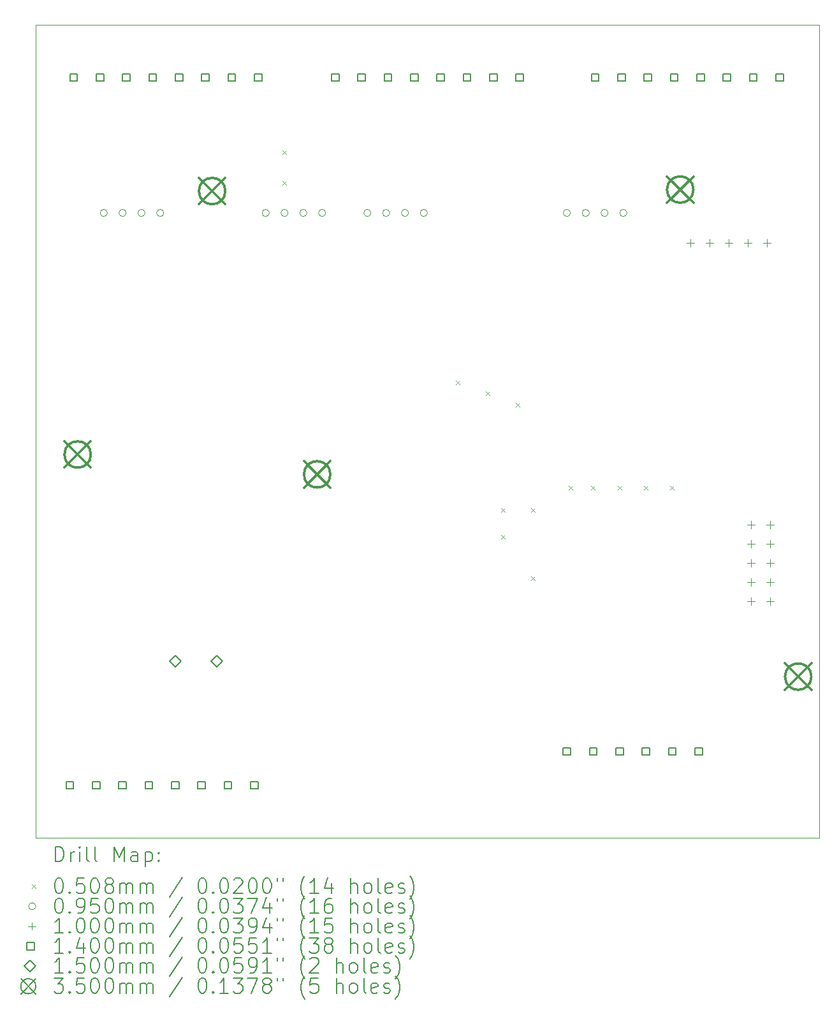
<source format=gbr>
%TF.GenerationSoftware,KiCad,Pcbnew,8.0.5-8.0.5-0~ubuntu22.04.1*%
%TF.CreationDate,2024-09-30T17:11:05+02:00*%
%TF.ProjectId,BTT-SKR-MINI-E3_shield,4254542d-534b-4522-9d4d-494e492d4533,rev?*%
%TF.SameCoordinates,Original*%
%TF.FileFunction,Drillmap*%
%TF.FilePolarity,Positive*%
%FSLAX45Y45*%
G04 Gerber Fmt 4.5, Leading zero omitted, Abs format (unit mm)*
G04 Created by KiCad (PCBNEW 8.0.5-8.0.5-0~ubuntu22.04.1) date 2024-09-30 17:11:05*
%MOMM*%
%LPD*%
G01*
G04 APERTURE LIST*
%ADD10C,0.050000*%
%ADD11C,0.200000*%
%ADD12C,0.100000*%
%ADD13C,0.140000*%
%ADD14C,0.150000*%
%ADD15C,0.350000*%
G04 APERTURE END LIST*
D10*
X10000000Y-3000000D02*
X20400000Y-3000000D01*
X20400000Y-13800000D01*
X10000000Y-13800000D01*
X10000000Y-3000000D01*
D11*
D12*
X13274600Y-4674600D02*
X13325400Y-4725400D01*
X13325400Y-4674600D02*
X13274600Y-4725400D01*
X13274600Y-5074600D02*
X13325400Y-5125400D01*
X13325400Y-5074600D02*
X13274600Y-5125400D01*
X15574600Y-7724600D02*
X15625400Y-7775400D01*
X15625400Y-7724600D02*
X15574600Y-7775400D01*
X15974600Y-7874600D02*
X16025400Y-7925400D01*
X16025400Y-7874600D02*
X15974600Y-7925400D01*
X16174600Y-9424600D02*
X16225400Y-9475400D01*
X16225400Y-9424600D02*
X16174600Y-9475400D01*
X16174600Y-9774600D02*
X16225400Y-9825400D01*
X16225400Y-9774600D02*
X16174600Y-9825400D01*
X16374600Y-8024600D02*
X16425400Y-8075400D01*
X16425400Y-8024600D02*
X16374600Y-8075400D01*
X16574600Y-9424600D02*
X16625400Y-9475400D01*
X16625400Y-9424600D02*
X16574600Y-9475400D01*
X16574600Y-10324600D02*
X16625400Y-10375400D01*
X16625400Y-10324600D02*
X16574600Y-10375400D01*
X17074600Y-9124600D02*
X17125400Y-9175400D01*
X17125400Y-9124600D02*
X17074600Y-9175400D01*
X17374600Y-9124600D02*
X17425400Y-9175400D01*
X17425400Y-9124600D02*
X17374600Y-9175400D01*
X17724600Y-9124600D02*
X17775400Y-9175400D01*
X17775400Y-9124600D02*
X17724600Y-9175400D01*
X18074600Y-9124600D02*
X18125400Y-9175400D01*
X18125400Y-9124600D02*
X18074600Y-9175400D01*
X18424600Y-9124600D02*
X18475400Y-9175400D01*
X18475400Y-9124600D02*
X18424600Y-9175400D01*
X10947500Y-5500000D02*
G75*
G02*
X10852500Y-5500000I-47500J0D01*
G01*
X10852500Y-5500000D02*
G75*
G02*
X10947500Y-5500000I47500J0D01*
G01*
X11197500Y-5500000D02*
G75*
G02*
X11102500Y-5500000I-47500J0D01*
G01*
X11102500Y-5500000D02*
G75*
G02*
X11197500Y-5500000I47500J0D01*
G01*
X11447500Y-5500000D02*
G75*
G02*
X11352500Y-5500000I-47500J0D01*
G01*
X11352500Y-5500000D02*
G75*
G02*
X11447500Y-5500000I47500J0D01*
G01*
X11697500Y-5500000D02*
G75*
G02*
X11602500Y-5500000I-47500J0D01*
G01*
X11602500Y-5500000D02*
G75*
G02*
X11697500Y-5500000I47500J0D01*
G01*
X13097500Y-5500000D02*
G75*
G02*
X13002500Y-5500000I-47500J0D01*
G01*
X13002500Y-5500000D02*
G75*
G02*
X13097500Y-5500000I47500J0D01*
G01*
X13347500Y-5500000D02*
G75*
G02*
X13252500Y-5500000I-47500J0D01*
G01*
X13252500Y-5500000D02*
G75*
G02*
X13347500Y-5500000I47500J0D01*
G01*
X13597500Y-5500000D02*
G75*
G02*
X13502500Y-5500000I-47500J0D01*
G01*
X13502500Y-5500000D02*
G75*
G02*
X13597500Y-5500000I47500J0D01*
G01*
X13847500Y-5500000D02*
G75*
G02*
X13752500Y-5500000I-47500J0D01*
G01*
X13752500Y-5500000D02*
G75*
G02*
X13847500Y-5500000I47500J0D01*
G01*
X14447500Y-5500000D02*
G75*
G02*
X14352500Y-5500000I-47500J0D01*
G01*
X14352500Y-5500000D02*
G75*
G02*
X14447500Y-5500000I47500J0D01*
G01*
X14697500Y-5500000D02*
G75*
G02*
X14602500Y-5500000I-47500J0D01*
G01*
X14602500Y-5500000D02*
G75*
G02*
X14697500Y-5500000I47500J0D01*
G01*
X14947500Y-5500000D02*
G75*
G02*
X14852500Y-5500000I-47500J0D01*
G01*
X14852500Y-5500000D02*
G75*
G02*
X14947500Y-5500000I47500J0D01*
G01*
X15197500Y-5500000D02*
G75*
G02*
X15102500Y-5500000I-47500J0D01*
G01*
X15102500Y-5500000D02*
G75*
G02*
X15197500Y-5500000I47500J0D01*
G01*
X17097500Y-5500000D02*
G75*
G02*
X17002500Y-5500000I-47500J0D01*
G01*
X17002500Y-5500000D02*
G75*
G02*
X17097500Y-5500000I47500J0D01*
G01*
X17347500Y-5500000D02*
G75*
G02*
X17252500Y-5500000I-47500J0D01*
G01*
X17252500Y-5500000D02*
G75*
G02*
X17347500Y-5500000I47500J0D01*
G01*
X17597500Y-5500000D02*
G75*
G02*
X17502500Y-5500000I-47500J0D01*
G01*
X17502500Y-5500000D02*
G75*
G02*
X17597500Y-5500000I47500J0D01*
G01*
X17847500Y-5500000D02*
G75*
G02*
X17752500Y-5500000I-47500J0D01*
G01*
X17752500Y-5500000D02*
G75*
G02*
X17847500Y-5500000I47500J0D01*
G01*
X18692500Y-5850000D02*
X18692500Y-5950000D01*
X18642500Y-5900000D02*
X18742500Y-5900000D01*
X18946500Y-5850000D02*
X18946500Y-5950000D01*
X18896500Y-5900000D02*
X18996500Y-5900000D01*
X19200500Y-5850000D02*
X19200500Y-5950000D01*
X19150500Y-5900000D02*
X19250500Y-5900000D01*
X19454500Y-5850000D02*
X19454500Y-5950000D01*
X19404500Y-5900000D02*
X19504500Y-5900000D01*
X19496000Y-9588000D02*
X19496000Y-9688000D01*
X19446000Y-9638000D02*
X19546000Y-9638000D01*
X19496000Y-9842000D02*
X19496000Y-9942000D01*
X19446000Y-9892000D02*
X19546000Y-9892000D01*
X19496000Y-10096000D02*
X19496000Y-10196000D01*
X19446000Y-10146000D02*
X19546000Y-10146000D01*
X19496000Y-10350000D02*
X19496000Y-10450000D01*
X19446000Y-10400000D02*
X19546000Y-10400000D01*
X19496000Y-10604000D02*
X19496000Y-10704000D01*
X19446000Y-10654000D02*
X19546000Y-10654000D01*
X19708500Y-5850000D02*
X19708500Y-5950000D01*
X19658500Y-5900000D02*
X19758500Y-5900000D01*
X19750000Y-9588000D02*
X19750000Y-9688000D01*
X19700000Y-9638000D02*
X19800000Y-9638000D01*
X19750000Y-9842000D02*
X19750000Y-9942000D01*
X19700000Y-9892000D02*
X19800000Y-9892000D01*
X19750000Y-10096000D02*
X19750000Y-10196000D01*
X19700000Y-10146000D02*
X19800000Y-10146000D01*
X19750000Y-10350000D02*
X19750000Y-10450000D01*
X19700000Y-10400000D02*
X19800000Y-10400000D01*
X19750000Y-10604000D02*
X19750000Y-10704000D01*
X19700000Y-10654000D02*
X19800000Y-10654000D01*
D13*
X10499498Y-13149498D02*
X10499498Y-13050502D01*
X10400502Y-13050502D01*
X10400502Y-13149498D01*
X10499498Y-13149498D01*
X10549498Y-3749498D02*
X10549498Y-3650502D01*
X10450502Y-3650502D01*
X10450502Y-3749498D01*
X10549498Y-3749498D01*
X10849498Y-13149498D02*
X10849498Y-13050502D01*
X10750502Y-13050502D01*
X10750502Y-13149498D01*
X10849498Y-13149498D01*
X10899498Y-3749498D02*
X10899498Y-3650502D01*
X10800502Y-3650502D01*
X10800502Y-3749498D01*
X10899498Y-3749498D01*
X11199498Y-13149498D02*
X11199498Y-13050502D01*
X11100502Y-13050502D01*
X11100502Y-13149498D01*
X11199498Y-13149498D01*
X11249498Y-3749498D02*
X11249498Y-3650502D01*
X11150502Y-3650502D01*
X11150502Y-3749498D01*
X11249498Y-3749498D01*
X11549498Y-13149498D02*
X11549498Y-13050502D01*
X11450502Y-13050502D01*
X11450502Y-13149498D01*
X11549498Y-13149498D01*
X11599498Y-3749498D02*
X11599498Y-3650502D01*
X11500502Y-3650502D01*
X11500502Y-3749498D01*
X11599498Y-3749498D01*
X11899498Y-13149498D02*
X11899498Y-13050502D01*
X11800502Y-13050502D01*
X11800502Y-13149498D01*
X11899498Y-13149498D01*
X11949498Y-3749498D02*
X11949498Y-3650502D01*
X11850502Y-3650502D01*
X11850502Y-3749498D01*
X11949498Y-3749498D01*
X12249498Y-13149498D02*
X12249498Y-13050502D01*
X12150502Y-13050502D01*
X12150502Y-13149498D01*
X12249498Y-13149498D01*
X12299498Y-3749498D02*
X12299498Y-3650502D01*
X12200502Y-3650502D01*
X12200502Y-3749498D01*
X12299498Y-3749498D01*
X12599498Y-13149498D02*
X12599498Y-13050502D01*
X12500502Y-13050502D01*
X12500502Y-13149498D01*
X12599498Y-13149498D01*
X12649498Y-3749498D02*
X12649498Y-3650502D01*
X12550502Y-3650502D01*
X12550502Y-3749498D01*
X12649498Y-3749498D01*
X12949498Y-13149498D02*
X12949498Y-13050502D01*
X12850502Y-13050502D01*
X12850502Y-13149498D01*
X12949498Y-13149498D01*
X12999498Y-3749498D02*
X12999498Y-3650502D01*
X12900502Y-3650502D01*
X12900502Y-3749498D01*
X12999498Y-3749498D01*
X14024498Y-3749498D02*
X14024498Y-3650502D01*
X13925502Y-3650502D01*
X13925502Y-3749498D01*
X14024498Y-3749498D01*
X14374498Y-3749498D02*
X14374498Y-3650502D01*
X14275502Y-3650502D01*
X14275502Y-3749498D01*
X14374498Y-3749498D01*
X14724498Y-3749498D02*
X14724498Y-3650502D01*
X14625502Y-3650502D01*
X14625502Y-3749498D01*
X14724498Y-3749498D01*
X15074498Y-3749498D02*
X15074498Y-3650502D01*
X14975502Y-3650502D01*
X14975502Y-3749498D01*
X15074498Y-3749498D01*
X15424498Y-3749498D02*
X15424498Y-3650502D01*
X15325502Y-3650502D01*
X15325502Y-3749498D01*
X15424498Y-3749498D01*
X15774498Y-3749498D02*
X15774498Y-3650502D01*
X15675502Y-3650502D01*
X15675502Y-3749498D01*
X15774498Y-3749498D01*
X16124498Y-3749498D02*
X16124498Y-3650502D01*
X16025502Y-3650502D01*
X16025502Y-3749498D01*
X16124498Y-3749498D01*
X16474498Y-3749498D02*
X16474498Y-3650502D01*
X16375502Y-3650502D01*
X16375502Y-3749498D01*
X16474498Y-3749498D01*
X17099498Y-12699498D02*
X17099498Y-12600502D01*
X17000502Y-12600502D01*
X17000502Y-12699498D01*
X17099498Y-12699498D01*
X17449498Y-12699498D02*
X17449498Y-12600502D01*
X17350502Y-12600502D01*
X17350502Y-12699498D01*
X17449498Y-12699498D01*
X17474498Y-3749498D02*
X17474498Y-3650502D01*
X17375502Y-3650502D01*
X17375502Y-3749498D01*
X17474498Y-3749498D01*
X17799498Y-12699498D02*
X17799498Y-12600502D01*
X17700502Y-12600502D01*
X17700502Y-12699498D01*
X17799498Y-12699498D01*
X17824498Y-3749498D02*
X17824498Y-3650502D01*
X17725502Y-3650502D01*
X17725502Y-3749498D01*
X17824498Y-3749498D01*
X18149498Y-12699498D02*
X18149498Y-12600502D01*
X18050502Y-12600502D01*
X18050502Y-12699498D01*
X18149498Y-12699498D01*
X18174498Y-3749498D02*
X18174498Y-3650502D01*
X18075502Y-3650502D01*
X18075502Y-3749498D01*
X18174498Y-3749498D01*
X18499498Y-12699498D02*
X18499498Y-12600502D01*
X18400502Y-12600502D01*
X18400502Y-12699498D01*
X18499498Y-12699498D01*
X18524498Y-3749498D02*
X18524498Y-3650502D01*
X18425502Y-3650502D01*
X18425502Y-3749498D01*
X18524498Y-3749498D01*
X18849498Y-12699498D02*
X18849498Y-12600502D01*
X18750502Y-12600502D01*
X18750502Y-12699498D01*
X18849498Y-12699498D01*
X18874498Y-3749498D02*
X18874498Y-3650502D01*
X18775502Y-3650502D01*
X18775502Y-3749498D01*
X18874498Y-3749498D01*
X19224498Y-3749498D02*
X19224498Y-3650502D01*
X19125502Y-3650502D01*
X19125502Y-3749498D01*
X19224498Y-3749498D01*
X19574498Y-3749498D02*
X19574498Y-3650502D01*
X19475502Y-3650502D01*
X19475502Y-3749498D01*
X19574498Y-3749498D01*
X19924498Y-3749498D02*
X19924498Y-3650502D01*
X19825502Y-3650502D01*
X19825502Y-3749498D01*
X19924498Y-3749498D01*
D14*
X11850000Y-11525000D02*
X11925000Y-11450000D01*
X11850000Y-11375000D01*
X11775000Y-11450000D01*
X11850000Y-11525000D01*
X12400000Y-11525000D02*
X12475000Y-11450000D01*
X12400000Y-11375000D01*
X12325000Y-11450000D01*
X12400000Y-11525000D01*
D15*
X10378000Y-8532500D02*
X10728000Y-8882500D01*
X10728000Y-8532500D02*
X10378000Y-8882500D01*
X10728000Y-8707500D02*
G75*
G02*
X10378000Y-8707500I-175000J0D01*
G01*
X10378000Y-8707500D02*
G75*
G02*
X10728000Y-8707500I175000J0D01*
G01*
X12164000Y-5034500D02*
X12514000Y-5384500D01*
X12514000Y-5034500D02*
X12164000Y-5384500D01*
X12514000Y-5209500D02*
G75*
G02*
X12164000Y-5209500I-175000J0D01*
G01*
X12164000Y-5209500D02*
G75*
G02*
X12514000Y-5209500I175000J0D01*
G01*
X13559000Y-8796500D02*
X13909000Y-9146500D01*
X13909000Y-8796500D02*
X13559000Y-9146500D01*
X13909000Y-8971500D02*
G75*
G02*
X13559000Y-8971500I-175000J0D01*
G01*
X13559000Y-8971500D02*
G75*
G02*
X13909000Y-8971500I175000J0D01*
G01*
X18380000Y-5014500D02*
X18730000Y-5364500D01*
X18730000Y-5014500D02*
X18380000Y-5364500D01*
X18730000Y-5189500D02*
G75*
G02*
X18380000Y-5189500I-175000J0D01*
G01*
X18380000Y-5189500D02*
G75*
G02*
X18730000Y-5189500I175000J0D01*
G01*
X19947000Y-11481500D02*
X20297000Y-11831500D01*
X20297000Y-11481500D02*
X19947000Y-11831500D01*
X20297000Y-11656500D02*
G75*
G02*
X19947000Y-11656500I-175000J0D01*
G01*
X19947000Y-11656500D02*
G75*
G02*
X20297000Y-11656500I175000J0D01*
G01*
D11*
X10258277Y-14113984D02*
X10258277Y-13913984D01*
X10258277Y-13913984D02*
X10305896Y-13913984D01*
X10305896Y-13913984D02*
X10334467Y-13923508D01*
X10334467Y-13923508D02*
X10353515Y-13942555D01*
X10353515Y-13942555D02*
X10363039Y-13961603D01*
X10363039Y-13961603D02*
X10372563Y-13999698D01*
X10372563Y-13999698D02*
X10372563Y-14028269D01*
X10372563Y-14028269D02*
X10363039Y-14066365D01*
X10363039Y-14066365D02*
X10353515Y-14085412D01*
X10353515Y-14085412D02*
X10334467Y-14104460D01*
X10334467Y-14104460D02*
X10305896Y-14113984D01*
X10305896Y-14113984D02*
X10258277Y-14113984D01*
X10458277Y-14113984D02*
X10458277Y-13980650D01*
X10458277Y-14018746D02*
X10467801Y-13999698D01*
X10467801Y-13999698D02*
X10477324Y-13990174D01*
X10477324Y-13990174D02*
X10496372Y-13980650D01*
X10496372Y-13980650D02*
X10515420Y-13980650D01*
X10582086Y-14113984D02*
X10582086Y-13980650D01*
X10582086Y-13913984D02*
X10572563Y-13923508D01*
X10572563Y-13923508D02*
X10582086Y-13933031D01*
X10582086Y-13933031D02*
X10591610Y-13923508D01*
X10591610Y-13923508D02*
X10582086Y-13913984D01*
X10582086Y-13913984D02*
X10582086Y-13933031D01*
X10705896Y-14113984D02*
X10686848Y-14104460D01*
X10686848Y-14104460D02*
X10677324Y-14085412D01*
X10677324Y-14085412D02*
X10677324Y-13913984D01*
X10810658Y-14113984D02*
X10791610Y-14104460D01*
X10791610Y-14104460D02*
X10782086Y-14085412D01*
X10782086Y-14085412D02*
X10782086Y-13913984D01*
X11039229Y-14113984D02*
X11039229Y-13913984D01*
X11039229Y-13913984D02*
X11105896Y-14056841D01*
X11105896Y-14056841D02*
X11172563Y-13913984D01*
X11172563Y-13913984D02*
X11172563Y-14113984D01*
X11353515Y-14113984D02*
X11353515Y-14009222D01*
X11353515Y-14009222D02*
X11343991Y-13990174D01*
X11343991Y-13990174D02*
X11324943Y-13980650D01*
X11324943Y-13980650D02*
X11286848Y-13980650D01*
X11286848Y-13980650D02*
X11267801Y-13990174D01*
X11353515Y-14104460D02*
X11334467Y-14113984D01*
X11334467Y-14113984D02*
X11286848Y-14113984D01*
X11286848Y-14113984D02*
X11267801Y-14104460D01*
X11267801Y-14104460D02*
X11258277Y-14085412D01*
X11258277Y-14085412D02*
X11258277Y-14066365D01*
X11258277Y-14066365D02*
X11267801Y-14047317D01*
X11267801Y-14047317D02*
X11286848Y-14037793D01*
X11286848Y-14037793D02*
X11334467Y-14037793D01*
X11334467Y-14037793D02*
X11353515Y-14028269D01*
X11448753Y-13980650D02*
X11448753Y-14180650D01*
X11448753Y-13990174D02*
X11467801Y-13980650D01*
X11467801Y-13980650D02*
X11505896Y-13980650D01*
X11505896Y-13980650D02*
X11524943Y-13990174D01*
X11524943Y-13990174D02*
X11534467Y-13999698D01*
X11534467Y-13999698D02*
X11543991Y-14018746D01*
X11543991Y-14018746D02*
X11543991Y-14075888D01*
X11543991Y-14075888D02*
X11534467Y-14094936D01*
X11534467Y-14094936D02*
X11524943Y-14104460D01*
X11524943Y-14104460D02*
X11505896Y-14113984D01*
X11505896Y-14113984D02*
X11467801Y-14113984D01*
X11467801Y-14113984D02*
X11448753Y-14104460D01*
X11629705Y-14094936D02*
X11639229Y-14104460D01*
X11639229Y-14104460D02*
X11629705Y-14113984D01*
X11629705Y-14113984D02*
X11620182Y-14104460D01*
X11620182Y-14104460D02*
X11629705Y-14094936D01*
X11629705Y-14094936D02*
X11629705Y-14113984D01*
X11629705Y-13990174D02*
X11639229Y-13999698D01*
X11639229Y-13999698D02*
X11629705Y-14009222D01*
X11629705Y-14009222D02*
X11620182Y-13999698D01*
X11620182Y-13999698D02*
X11629705Y-13990174D01*
X11629705Y-13990174D02*
X11629705Y-14009222D01*
D12*
X9946700Y-14417100D02*
X9997500Y-14467900D01*
X9997500Y-14417100D02*
X9946700Y-14467900D01*
D11*
X10296372Y-14333984D02*
X10315420Y-14333984D01*
X10315420Y-14333984D02*
X10334467Y-14343508D01*
X10334467Y-14343508D02*
X10343991Y-14353031D01*
X10343991Y-14353031D02*
X10353515Y-14372079D01*
X10353515Y-14372079D02*
X10363039Y-14410174D01*
X10363039Y-14410174D02*
X10363039Y-14457793D01*
X10363039Y-14457793D02*
X10353515Y-14495888D01*
X10353515Y-14495888D02*
X10343991Y-14514936D01*
X10343991Y-14514936D02*
X10334467Y-14524460D01*
X10334467Y-14524460D02*
X10315420Y-14533984D01*
X10315420Y-14533984D02*
X10296372Y-14533984D01*
X10296372Y-14533984D02*
X10277324Y-14524460D01*
X10277324Y-14524460D02*
X10267801Y-14514936D01*
X10267801Y-14514936D02*
X10258277Y-14495888D01*
X10258277Y-14495888D02*
X10248753Y-14457793D01*
X10248753Y-14457793D02*
X10248753Y-14410174D01*
X10248753Y-14410174D02*
X10258277Y-14372079D01*
X10258277Y-14372079D02*
X10267801Y-14353031D01*
X10267801Y-14353031D02*
X10277324Y-14343508D01*
X10277324Y-14343508D02*
X10296372Y-14333984D01*
X10448753Y-14514936D02*
X10458277Y-14524460D01*
X10458277Y-14524460D02*
X10448753Y-14533984D01*
X10448753Y-14533984D02*
X10439229Y-14524460D01*
X10439229Y-14524460D02*
X10448753Y-14514936D01*
X10448753Y-14514936D02*
X10448753Y-14533984D01*
X10639229Y-14333984D02*
X10543991Y-14333984D01*
X10543991Y-14333984D02*
X10534467Y-14429222D01*
X10534467Y-14429222D02*
X10543991Y-14419698D01*
X10543991Y-14419698D02*
X10563039Y-14410174D01*
X10563039Y-14410174D02*
X10610658Y-14410174D01*
X10610658Y-14410174D02*
X10629705Y-14419698D01*
X10629705Y-14419698D02*
X10639229Y-14429222D01*
X10639229Y-14429222D02*
X10648753Y-14448269D01*
X10648753Y-14448269D02*
X10648753Y-14495888D01*
X10648753Y-14495888D02*
X10639229Y-14514936D01*
X10639229Y-14514936D02*
X10629705Y-14524460D01*
X10629705Y-14524460D02*
X10610658Y-14533984D01*
X10610658Y-14533984D02*
X10563039Y-14533984D01*
X10563039Y-14533984D02*
X10543991Y-14524460D01*
X10543991Y-14524460D02*
X10534467Y-14514936D01*
X10772563Y-14333984D02*
X10791610Y-14333984D01*
X10791610Y-14333984D02*
X10810658Y-14343508D01*
X10810658Y-14343508D02*
X10820182Y-14353031D01*
X10820182Y-14353031D02*
X10829705Y-14372079D01*
X10829705Y-14372079D02*
X10839229Y-14410174D01*
X10839229Y-14410174D02*
X10839229Y-14457793D01*
X10839229Y-14457793D02*
X10829705Y-14495888D01*
X10829705Y-14495888D02*
X10820182Y-14514936D01*
X10820182Y-14514936D02*
X10810658Y-14524460D01*
X10810658Y-14524460D02*
X10791610Y-14533984D01*
X10791610Y-14533984D02*
X10772563Y-14533984D01*
X10772563Y-14533984D02*
X10753515Y-14524460D01*
X10753515Y-14524460D02*
X10743991Y-14514936D01*
X10743991Y-14514936D02*
X10734467Y-14495888D01*
X10734467Y-14495888D02*
X10724944Y-14457793D01*
X10724944Y-14457793D02*
X10724944Y-14410174D01*
X10724944Y-14410174D02*
X10734467Y-14372079D01*
X10734467Y-14372079D02*
X10743991Y-14353031D01*
X10743991Y-14353031D02*
X10753515Y-14343508D01*
X10753515Y-14343508D02*
X10772563Y-14333984D01*
X10953515Y-14419698D02*
X10934467Y-14410174D01*
X10934467Y-14410174D02*
X10924944Y-14400650D01*
X10924944Y-14400650D02*
X10915420Y-14381603D01*
X10915420Y-14381603D02*
X10915420Y-14372079D01*
X10915420Y-14372079D02*
X10924944Y-14353031D01*
X10924944Y-14353031D02*
X10934467Y-14343508D01*
X10934467Y-14343508D02*
X10953515Y-14333984D01*
X10953515Y-14333984D02*
X10991610Y-14333984D01*
X10991610Y-14333984D02*
X11010658Y-14343508D01*
X11010658Y-14343508D02*
X11020182Y-14353031D01*
X11020182Y-14353031D02*
X11029705Y-14372079D01*
X11029705Y-14372079D02*
X11029705Y-14381603D01*
X11029705Y-14381603D02*
X11020182Y-14400650D01*
X11020182Y-14400650D02*
X11010658Y-14410174D01*
X11010658Y-14410174D02*
X10991610Y-14419698D01*
X10991610Y-14419698D02*
X10953515Y-14419698D01*
X10953515Y-14419698D02*
X10934467Y-14429222D01*
X10934467Y-14429222D02*
X10924944Y-14438746D01*
X10924944Y-14438746D02*
X10915420Y-14457793D01*
X10915420Y-14457793D02*
X10915420Y-14495888D01*
X10915420Y-14495888D02*
X10924944Y-14514936D01*
X10924944Y-14514936D02*
X10934467Y-14524460D01*
X10934467Y-14524460D02*
X10953515Y-14533984D01*
X10953515Y-14533984D02*
X10991610Y-14533984D01*
X10991610Y-14533984D02*
X11010658Y-14524460D01*
X11010658Y-14524460D02*
X11020182Y-14514936D01*
X11020182Y-14514936D02*
X11029705Y-14495888D01*
X11029705Y-14495888D02*
X11029705Y-14457793D01*
X11029705Y-14457793D02*
X11020182Y-14438746D01*
X11020182Y-14438746D02*
X11010658Y-14429222D01*
X11010658Y-14429222D02*
X10991610Y-14419698D01*
X11115420Y-14533984D02*
X11115420Y-14400650D01*
X11115420Y-14419698D02*
X11124944Y-14410174D01*
X11124944Y-14410174D02*
X11143991Y-14400650D01*
X11143991Y-14400650D02*
X11172563Y-14400650D01*
X11172563Y-14400650D02*
X11191610Y-14410174D01*
X11191610Y-14410174D02*
X11201134Y-14429222D01*
X11201134Y-14429222D02*
X11201134Y-14533984D01*
X11201134Y-14429222D02*
X11210658Y-14410174D01*
X11210658Y-14410174D02*
X11229705Y-14400650D01*
X11229705Y-14400650D02*
X11258277Y-14400650D01*
X11258277Y-14400650D02*
X11277324Y-14410174D01*
X11277324Y-14410174D02*
X11286848Y-14429222D01*
X11286848Y-14429222D02*
X11286848Y-14533984D01*
X11382086Y-14533984D02*
X11382086Y-14400650D01*
X11382086Y-14419698D02*
X11391610Y-14410174D01*
X11391610Y-14410174D02*
X11410658Y-14400650D01*
X11410658Y-14400650D02*
X11439229Y-14400650D01*
X11439229Y-14400650D02*
X11458277Y-14410174D01*
X11458277Y-14410174D02*
X11467801Y-14429222D01*
X11467801Y-14429222D02*
X11467801Y-14533984D01*
X11467801Y-14429222D02*
X11477324Y-14410174D01*
X11477324Y-14410174D02*
X11496372Y-14400650D01*
X11496372Y-14400650D02*
X11524943Y-14400650D01*
X11524943Y-14400650D02*
X11543991Y-14410174D01*
X11543991Y-14410174D02*
X11553515Y-14429222D01*
X11553515Y-14429222D02*
X11553515Y-14533984D01*
X11943991Y-14324460D02*
X11772563Y-14581603D01*
X12201134Y-14333984D02*
X12220182Y-14333984D01*
X12220182Y-14333984D02*
X12239229Y-14343508D01*
X12239229Y-14343508D02*
X12248753Y-14353031D01*
X12248753Y-14353031D02*
X12258277Y-14372079D01*
X12258277Y-14372079D02*
X12267801Y-14410174D01*
X12267801Y-14410174D02*
X12267801Y-14457793D01*
X12267801Y-14457793D02*
X12258277Y-14495888D01*
X12258277Y-14495888D02*
X12248753Y-14514936D01*
X12248753Y-14514936D02*
X12239229Y-14524460D01*
X12239229Y-14524460D02*
X12220182Y-14533984D01*
X12220182Y-14533984D02*
X12201134Y-14533984D01*
X12201134Y-14533984D02*
X12182086Y-14524460D01*
X12182086Y-14524460D02*
X12172563Y-14514936D01*
X12172563Y-14514936D02*
X12163039Y-14495888D01*
X12163039Y-14495888D02*
X12153515Y-14457793D01*
X12153515Y-14457793D02*
X12153515Y-14410174D01*
X12153515Y-14410174D02*
X12163039Y-14372079D01*
X12163039Y-14372079D02*
X12172563Y-14353031D01*
X12172563Y-14353031D02*
X12182086Y-14343508D01*
X12182086Y-14343508D02*
X12201134Y-14333984D01*
X12353515Y-14514936D02*
X12363039Y-14524460D01*
X12363039Y-14524460D02*
X12353515Y-14533984D01*
X12353515Y-14533984D02*
X12343991Y-14524460D01*
X12343991Y-14524460D02*
X12353515Y-14514936D01*
X12353515Y-14514936D02*
X12353515Y-14533984D01*
X12486848Y-14333984D02*
X12505896Y-14333984D01*
X12505896Y-14333984D02*
X12524944Y-14343508D01*
X12524944Y-14343508D02*
X12534467Y-14353031D01*
X12534467Y-14353031D02*
X12543991Y-14372079D01*
X12543991Y-14372079D02*
X12553515Y-14410174D01*
X12553515Y-14410174D02*
X12553515Y-14457793D01*
X12553515Y-14457793D02*
X12543991Y-14495888D01*
X12543991Y-14495888D02*
X12534467Y-14514936D01*
X12534467Y-14514936D02*
X12524944Y-14524460D01*
X12524944Y-14524460D02*
X12505896Y-14533984D01*
X12505896Y-14533984D02*
X12486848Y-14533984D01*
X12486848Y-14533984D02*
X12467801Y-14524460D01*
X12467801Y-14524460D02*
X12458277Y-14514936D01*
X12458277Y-14514936D02*
X12448753Y-14495888D01*
X12448753Y-14495888D02*
X12439229Y-14457793D01*
X12439229Y-14457793D02*
X12439229Y-14410174D01*
X12439229Y-14410174D02*
X12448753Y-14372079D01*
X12448753Y-14372079D02*
X12458277Y-14353031D01*
X12458277Y-14353031D02*
X12467801Y-14343508D01*
X12467801Y-14343508D02*
X12486848Y-14333984D01*
X12629706Y-14353031D02*
X12639229Y-14343508D01*
X12639229Y-14343508D02*
X12658277Y-14333984D01*
X12658277Y-14333984D02*
X12705896Y-14333984D01*
X12705896Y-14333984D02*
X12724944Y-14343508D01*
X12724944Y-14343508D02*
X12734467Y-14353031D01*
X12734467Y-14353031D02*
X12743991Y-14372079D01*
X12743991Y-14372079D02*
X12743991Y-14391127D01*
X12743991Y-14391127D02*
X12734467Y-14419698D01*
X12734467Y-14419698D02*
X12620182Y-14533984D01*
X12620182Y-14533984D02*
X12743991Y-14533984D01*
X12867801Y-14333984D02*
X12886848Y-14333984D01*
X12886848Y-14333984D02*
X12905896Y-14343508D01*
X12905896Y-14343508D02*
X12915420Y-14353031D01*
X12915420Y-14353031D02*
X12924944Y-14372079D01*
X12924944Y-14372079D02*
X12934467Y-14410174D01*
X12934467Y-14410174D02*
X12934467Y-14457793D01*
X12934467Y-14457793D02*
X12924944Y-14495888D01*
X12924944Y-14495888D02*
X12915420Y-14514936D01*
X12915420Y-14514936D02*
X12905896Y-14524460D01*
X12905896Y-14524460D02*
X12886848Y-14533984D01*
X12886848Y-14533984D02*
X12867801Y-14533984D01*
X12867801Y-14533984D02*
X12848753Y-14524460D01*
X12848753Y-14524460D02*
X12839229Y-14514936D01*
X12839229Y-14514936D02*
X12829706Y-14495888D01*
X12829706Y-14495888D02*
X12820182Y-14457793D01*
X12820182Y-14457793D02*
X12820182Y-14410174D01*
X12820182Y-14410174D02*
X12829706Y-14372079D01*
X12829706Y-14372079D02*
X12839229Y-14353031D01*
X12839229Y-14353031D02*
X12848753Y-14343508D01*
X12848753Y-14343508D02*
X12867801Y-14333984D01*
X13058277Y-14333984D02*
X13077325Y-14333984D01*
X13077325Y-14333984D02*
X13096372Y-14343508D01*
X13096372Y-14343508D02*
X13105896Y-14353031D01*
X13105896Y-14353031D02*
X13115420Y-14372079D01*
X13115420Y-14372079D02*
X13124944Y-14410174D01*
X13124944Y-14410174D02*
X13124944Y-14457793D01*
X13124944Y-14457793D02*
X13115420Y-14495888D01*
X13115420Y-14495888D02*
X13105896Y-14514936D01*
X13105896Y-14514936D02*
X13096372Y-14524460D01*
X13096372Y-14524460D02*
X13077325Y-14533984D01*
X13077325Y-14533984D02*
X13058277Y-14533984D01*
X13058277Y-14533984D02*
X13039229Y-14524460D01*
X13039229Y-14524460D02*
X13029706Y-14514936D01*
X13029706Y-14514936D02*
X13020182Y-14495888D01*
X13020182Y-14495888D02*
X13010658Y-14457793D01*
X13010658Y-14457793D02*
X13010658Y-14410174D01*
X13010658Y-14410174D02*
X13020182Y-14372079D01*
X13020182Y-14372079D02*
X13029706Y-14353031D01*
X13029706Y-14353031D02*
X13039229Y-14343508D01*
X13039229Y-14343508D02*
X13058277Y-14333984D01*
X13201134Y-14333984D02*
X13201134Y-14372079D01*
X13277325Y-14333984D02*
X13277325Y-14372079D01*
X13572563Y-14610174D02*
X13563039Y-14600650D01*
X13563039Y-14600650D02*
X13543991Y-14572079D01*
X13543991Y-14572079D02*
X13534468Y-14553031D01*
X13534468Y-14553031D02*
X13524944Y-14524460D01*
X13524944Y-14524460D02*
X13515420Y-14476841D01*
X13515420Y-14476841D02*
X13515420Y-14438746D01*
X13515420Y-14438746D02*
X13524944Y-14391127D01*
X13524944Y-14391127D02*
X13534468Y-14362555D01*
X13534468Y-14362555D02*
X13543991Y-14343508D01*
X13543991Y-14343508D02*
X13563039Y-14314936D01*
X13563039Y-14314936D02*
X13572563Y-14305412D01*
X13753515Y-14533984D02*
X13639229Y-14533984D01*
X13696372Y-14533984D02*
X13696372Y-14333984D01*
X13696372Y-14333984D02*
X13677325Y-14362555D01*
X13677325Y-14362555D02*
X13658277Y-14381603D01*
X13658277Y-14381603D02*
X13639229Y-14391127D01*
X13924944Y-14400650D02*
X13924944Y-14533984D01*
X13877325Y-14324460D02*
X13829706Y-14467317D01*
X13829706Y-14467317D02*
X13953515Y-14467317D01*
X14182087Y-14533984D02*
X14182087Y-14333984D01*
X14267801Y-14533984D02*
X14267801Y-14429222D01*
X14267801Y-14429222D02*
X14258277Y-14410174D01*
X14258277Y-14410174D02*
X14239230Y-14400650D01*
X14239230Y-14400650D02*
X14210658Y-14400650D01*
X14210658Y-14400650D02*
X14191610Y-14410174D01*
X14191610Y-14410174D02*
X14182087Y-14419698D01*
X14391610Y-14533984D02*
X14372563Y-14524460D01*
X14372563Y-14524460D02*
X14363039Y-14514936D01*
X14363039Y-14514936D02*
X14353515Y-14495888D01*
X14353515Y-14495888D02*
X14353515Y-14438746D01*
X14353515Y-14438746D02*
X14363039Y-14419698D01*
X14363039Y-14419698D02*
X14372563Y-14410174D01*
X14372563Y-14410174D02*
X14391610Y-14400650D01*
X14391610Y-14400650D02*
X14420182Y-14400650D01*
X14420182Y-14400650D02*
X14439230Y-14410174D01*
X14439230Y-14410174D02*
X14448753Y-14419698D01*
X14448753Y-14419698D02*
X14458277Y-14438746D01*
X14458277Y-14438746D02*
X14458277Y-14495888D01*
X14458277Y-14495888D02*
X14448753Y-14514936D01*
X14448753Y-14514936D02*
X14439230Y-14524460D01*
X14439230Y-14524460D02*
X14420182Y-14533984D01*
X14420182Y-14533984D02*
X14391610Y-14533984D01*
X14572563Y-14533984D02*
X14553515Y-14524460D01*
X14553515Y-14524460D02*
X14543991Y-14505412D01*
X14543991Y-14505412D02*
X14543991Y-14333984D01*
X14724944Y-14524460D02*
X14705896Y-14533984D01*
X14705896Y-14533984D02*
X14667801Y-14533984D01*
X14667801Y-14533984D02*
X14648753Y-14524460D01*
X14648753Y-14524460D02*
X14639230Y-14505412D01*
X14639230Y-14505412D02*
X14639230Y-14429222D01*
X14639230Y-14429222D02*
X14648753Y-14410174D01*
X14648753Y-14410174D02*
X14667801Y-14400650D01*
X14667801Y-14400650D02*
X14705896Y-14400650D01*
X14705896Y-14400650D02*
X14724944Y-14410174D01*
X14724944Y-14410174D02*
X14734468Y-14429222D01*
X14734468Y-14429222D02*
X14734468Y-14448269D01*
X14734468Y-14448269D02*
X14639230Y-14467317D01*
X14810658Y-14524460D02*
X14829706Y-14533984D01*
X14829706Y-14533984D02*
X14867801Y-14533984D01*
X14867801Y-14533984D02*
X14886849Y-14524460D01*
X14886849Y-14524460D02*
X14896372Y-14505412D01*
X14896372Y-14505412D02*
X14896372Y-14495888D01*
X14896372Y-14495888D02*
X14886849Y-14476841D01*
X14886849Y-14476841D02*
X14867801Y-14467317D01*
X14867801Y-14467317D02*
X14839230Y-14467317D01*
X14839230Y-14467317D02*
X14820182Y-14457793D01*
X14820182Y-14457793D02*
X14810658Y-14438746D01*
X14810658Y-14438746D02*
X14810658Y-14429222D01*
X14810658Y-14429222D02*
X14820182Y-14410174D01*
X14820182Y-14410174D02*
X14839230Y-14400650D01*
X14839230Y-14400650D02*
X14867801Y-14400650D01*
X14867801Y-14400650D02*
X14886849Y-14410174D01*
X14963039Y-14610174D02*
X14972563Y-14600650D01*
X14972563Y-14600650D02*
X14991611Y-14572079D01*
X14991611Y-14572079D02*
X15001134Y-14553031D01*
X15001134Y-14553031D02*
X15010658Y-14524460D01*
X15010658Y-14524460D02*
X15020182Y-14476841D01*
X15020182Y-14476841D02*
X15020182Y-14438746D01*
X15020182Y-14438746D02*
X15010658Y-14391127D01*
X15010658Y-14391127D02*
X15001134Y-14362555D01*
X15001134Y-14362555D02*
X14991611Y-14343508D01*
X14991611Y-14343508D02*
X14972563Y-14314936D01*
X14972563Y-14314936D02*
X14963039Y-14305412D01*
D12*
X9997500Y-14706500D02*
G75*
G02*
X9902500Y-14706500I-47500J0D01*
G01*
X9902500Y-14706500D02*
G75*
G02*
X9997500Y-14706500I47500J0D01*
G01*
D11*
X10296372Y-14597984D02*
X10315420Y-14597984D01*
X10315420Y-14597984D02*
X10334467Y-14607508D01*
X10334467Y-14607508D02*
X10343991Y-14617031D01*
X10343991Y-14617031D02*
X10353515Y-14636079D01*
X10353515Y-14636079D02*
X10363039Y-14674174D01*
X10363039Y-14674174D02*
X10363039Y-14721793D01*
X10363039Y-14721793D02*
X10353515Y-14759888D01*
X10353515Y-14759888D02*
X10343991Y-14778936D01*
X10343991Y-14778936D02*
X10334467Y-14788460D01*
X10334467Y-14788460D02*
X10315420Y-14797984D01*
X10315420Y-14797984D02*
X10296372Y-14797984D01*
X10296372Y-14797984D02*
X10277324Y-14788460D01*
X10277324Y-14788460D02*
X10267801Y-14778936D01*
X10267801Y-14778936D02*
X10258277Y-14759888D01*
X10258277Y-14759888D02*
X10248753Y-14721793D01*
X10248753Y-14721793D02*
X10248753Y-14674174D01*
X10248753Y-14674174D02*
X10258277Y-14636079D01*
X10258277Y-14636079D02*
X10267801Y-14617031D01*
X10267801Y-14617031D02*
X10277324Y-14607508D01*
X10277324Y-14607508D02*
X10296372Y-14597984D01*
X10448753Y-14778936D02*
X10458277Y-14788460D01*
X10458277Y-14788460D02*
X10448753Y-14797984D01*
X10448753Y-14797984D02*
X10439229Y-14788460D01*
X10439229Y-14788460D02*
X10448753Y-14778936D01*
X10448753Y-14778936D02*
X10448753Y-14797984D01*
X10553515Y-14797984D02*
X10591610Y-14797984D01*
X10591610Y-14797984D02*
X10610658Y-14788460D01*
X10610658Y-14788460D02*
X10620182Y-14778936D01*
X10620182Y-14778936D02*
X10639229Y-14750365D01*
X10639229Y-14750365D02*
X10648753Y-14712269D01*
X10648753Y-14712269D02*
X10648753Y-14636079D01*
X10648753Y-14636079D02*
X10639229Y-14617031D01*
X10639229Y-14617031D02*
X10629705Y-14607508D01*
X10629705Y-14607508D02*
X10610658Y-14597984D01*
X10610658Y-14597984D02*
X10572563Y-14597984D01*
X10572563Y-14597984D02*
X10553515Y-14607508D01*
X10553515Y-14607508D02*
X10543991Y-14617031D01*
X10543991Y-14617031D02*
X10534467Y-14636079D01*
X10534467Y-14636079D02*
X10534467Y-14683698D01*
X10534467Y-14683698D02*
X10543991Y-14702746D01*
X10543991Y-14702746D02*
X10553515Y-14712269D01*
X10553515Y-14712269D02*
X10572563Y-14721793D01*
X10572563Y-14721793D02*
X10610658Y-14721793D01*
X10610658Y-14721793D02*
X10629705Y-14712269D01*
X10629705Y-14712269D02*
X10639229Y-14702746D01*
X10639229Y-14702746D02*
X10648753Y-14683698D01*
X10829705Y-14597984D02*
X10734467Y-14597984D01*
X10734467Y-14597984D02*
X10724944Y-14693222D01*
X10724944Y-14693222D02*
X10734467Y-14683698D01*
X10734467Y-14683698D02*
X10753515Y-14674174D01*
X10753515Y-14674174D02*
X10801134Y-14674174D01*
X10801134Y-14674174D02*
X10820182Y-14683698D01*
X10820182Y-14683698D02*
X10829705Y-14693222D01*
X10829705Y-14693222D02*
X10839229Y-14712269D01*
X10839229Y-14712269D02*
X10839229Y-14759888D01*
X10839229Y-14759888D02*
X10829705Y-14778936D01*
X10829705Y-14778936D02*
X10820182Y-14788460D01*
X10820182Y-14788460D02*
X10801134Y-14797984D01*
X10801134Y-14797984D02*
X10753515Y-14797984D01*
X10753515Y-14797984D02*
X10734467Y-14788460D01*
X10734467Y-14788460D02*
X10724944Y-14778936D01*
X10963039Y-14597984D02*
X10982086Y-14597984D01*
X10982086Y-14597984D02*
X11001134Y-14607508D01*
X11001134Y-14607508D02*
X11010658Y-14617031D01*
X11010658Y-14617031D02*
X11020182Y-14636079D01*
X11020182Y-14636079D02*
X11029705Y-14674174D01*
X11029705Y-14674174D02*
X11029705Y-14721793D01*
X11029705Y-14721793D02*
X11020182Y-14759888D01*
X11020182Y-14759888D02*
X11010658Y-14778936D01*
X11010658Y-14778936D02*
X11001134Y-14788460D01*
X11001134Y-14788460D02*
X10982086Y-14797984D01*
X10982086Y-14797984D02*
X10963039Y-14797984D01*
X10963039Y-14797984D02*
X10943991Y-14788460D01*
X10943991Y-14788460D02*
X10934467Y-14778936D01*
X10934467Y-14778936D02*
X10924944Y-14759888D01*
X10924944Y-14759888D02*
X10915420Y-14721793D01*
X10915420Y-14721793D02*
X10915420Y-14674174D01*
X10915420Y-14674174D02*
X10924944Y-14636079D01*
X10924944Y-14636079D02*
X10934467Y-14617031D01*
X10934467Y-14617031D02*
X10943991Y-14607508D01*
X10943991Y-14607508D02*
X10963039Y-14597984D01*
X11115420Y-14797984D02*
X11115420Y-14664650D01*
X11115420Y-14683698D02*
X11124944Y-14674174D01*
X11124944Y-14674174D02*
X11143991Y-14664650D01*
X11143991Y-14664650D02*
X11172563Y-14664650D01*
X11172563Y-14664650D02*
X11191610Y-14674174D01*
X11191610Y-14674174D02*
X11201134Y-14693222D01*
X11201134Y-14693222D02*
X11201134Y-14797984D01*
X11201134Y-14693222D02*
X11210658Y-14674174D01*
X11210658Y-14674174D02*
X11229705Y-14664650D01*
X11229705Y-14664650D02*
X11258277Y-14664650D01*
X11258277Y-14664650D02*
X11277324Y-14674174D01*
X11277324Y-14674174D02*
X11286848Y-14693222D01*
X11286848Y-14693222D02*
X11286848Y-14797984D01*
X11382086Y-14797984D02*
X11382086Y-14664650D01*
X11382086Y-14683698D02*
X11391610Y-14674174D01*
X11391610Y-14674174D02*
X11410658Y-14664650D01*
X11410658Y-14664650D02*
X11439229Y-14664650D01*
X11439229Y-14664650D02*
X11458277Y-14674174D01*
X11458277Y-14674174D02*
X11467801Y-14693222D01*
X11467801Y-14693222D02*
X11467801Y-14797984D01*
X11467801Y-14693222D02*
X11477324Y-14674174D01*
X11477324Y-14674174D02*
X11496372Y-14664650D01*
X11496372Y-14664650D02*
X11524943Y-14664650D01*
X11524943Y-14664650D02*
X11543991Y-14674174D01*
X11543991Y-14674174D02*
X11553515Y-14693222D01*
X11553515Y-14693222D02*
X11553515Y-14797984D01*
X11943991Y-14588460D02*
X11772563Y-14845603D01*
X12201134Y-14597984D02*
X12220182Y-14597984D01*
X12220182Y-14597984D02*
X12239229Y-14607508D01*
X12239229Y-14607508D02*
X12248753Y-14617031D01*
X12248753Y-14617031D02*
X12258277Y-14636079D01*
X12258277Y-14636079D02*
X12267801Y-14674174D01*
X12267801Y-14674174D02*
X12267801Y-14721793D01*
X12267801Y-14721793D02*
X12258277Y-14759888D01*
X12258277Y-14759888D02*
X12248753Y-14778936D01*
X12248753Y-14778936D02*
X12239229Y-14788460D01*
X12239229Y-14788460D02*
X12220182Y-14797984D01*
X12220182Y-14797984D02*
X12201134Y-14797984D01*
X12201134Y-14797984D02*
X12182086Y-14788460D01*
X12182086Y-14788460D02*
X12172563Y-14778936D01*
X12172563Y-14778936D02*
X12163039Y-14759888D01*
X12163039Y-14759888D02*
X12153515Y-14721793D01*
X12153515Y-14721793D02*
X12153515Y-14674174D01*
X12153515Y-14674174D02*
X12163039Y-14636079D01*
X12163039Y-14636079D02*
X12172563Y-14617031D01*
X12172563Y-14617031D02*
X12182086Y-14607508D01*
X12182086Y-14607508D02*
X12201134Y-14597984D01*
X12353515Y-14778936D02*
X12363039Y-14788460D01*
X12363039Y-14788460D02*
X12353515Y-14797984D01*
X12353515Y-14797984D02*
X12343991Y-14788460D01*
X12343991Y-14788460D02*
X12353515Y-14778936D01*
X12353515Y-14778936D02*
X12353515Y-14797984D01*
X12486848Y-14597984D02*
X12505896Y-14597984D01*
X12505896Y-14597984D02*
X12524944Y-14607508D01*
X12524944Y-14607508D02*
X12534467Y-14617031D01*
X12534467Y-14617031D02*
X12543991Y-14636079D01*
X12543991Y-14636079D02*
X12553515Y-14674174D01*
X12553515Y-14674174D02*
X12553515Y-14721793D01*
X12553515Y-14721793D02*
X12543991Y-14759888D01*
X12543991Y-14759888D02*
X12534467Y-14778936D01*
X12534467Y-14778936D02*
X12524944Y-14788460D01*
X12524944Y-14788460D02*
X12505896Y-14797984D01*
X12505896Y-14797984D02*
X12486848Y-14797984D01*
X12486848Y-14797984D02*
X12467801Y-14788460D01*
X12467801Y-14788460D02*
X12458277Y-14778936D01*
X12458277Y-14778936D02*
X12448753Y-14759888D01*
X12448753Y-14759888D02*
X12439229Y-14721793D01*
X12439229Y-14721793D02*
X12439229Y-14674174D01*
X12439229Y-14674174D02*
X12448753Y-14636079D01*
X12448753Y-14636079D02*
X12458277Y-14617031D01*
X12458277Y-14617031D02*
X12467801Y-14607508D01*
X12467801Y-14607508D02*
X12486848Y-14597984D01*
X12620182Y-14597984D02*
X12743991Y-14597984D01*
X12743991Y-14597984D02*
X12677325Y-14674174D01*
X12677325Y-14674174D02*
X12705896Y-14674174D01*
X12705896Y-14674174D02*
X12724944Y-14683698D01*
X12724944Y-14683698D02*
X12734467Y-14693222D01*
X12734467Y-14693222D02*
X12743991Y-14712269D01*
X12743991Y-14712269D02*
X12743991Y-14759888D01*
X12743991Y-14759888D02*
X12734467Y-14778936D01*
X12734467Y-14778936D02*
X12724944Y-14788460D01*
X12724944Y-14788460D02*
X12705896Y-14797984D01*
X12705896Y-14797984D02*
X12648753Y-14797984D01*
X12648753Y-14797984D02*
X12629706Y-14788460D01*
X12629706Y-14788460D02*
X12620182Y-14778936D01*
X12810658Y-14597984D02*
X12943991Y-14597984D01*
X12943991Y-14597984D02*
X12858277Y-14797984D01*
X13105896Y-14664650D02*
X13105896Y-14797984D01*
X13058277Y-14588460D02*
X13010658Y-14731317D01*
X13010658Y-14731317D02*
X13134467Y-14731317D01*
X13201134Y-14597984D02*
X13201134Y-14636079D01*
X13277325Y-14597984D02*
X13277325Y-14636079D01*
X13572563Y-14874174D02*
X13563039Y-14864650D01*
X13563039Y-14864650D02*
X13543991Y-14836079D01*
X13543991Y-14836079D02*
X13534468Y-14817031D01*
X13534468Y-14817031D02*
X13524944Y-14788460D01*
X13524944Y-14788460D02*
X13515420Y-14740841D01*
X13515420Y-14740841D02*
X13515420Y-14702746D01*
X13515420Y-14702746D02*
X13524944Y-14655127D01*
X13524944Y-14655127D02*
X13534468Y-14626555D01*
X13534468Y-14626555D02*
X13543991Y-14607508D01*
X13543991Y-14607508D02*
X13563039Y-14578936D01*
X13563039Y-14578936D02*
X13572563Y-14569412D01*
X13753515Y-14797984D02*
X13639229Y-14797984D01*
X13696372Y-14797984D02*
X13696372Y-14597984D01*
X13696372Y-14597984D02*
X13677325Y-14626555D01*
X13677325Y-14626555D02*
X13658277Y-14645603D01*
X13658277Y-14645603D02*
X13639229Y-14655127D01*
X13924944Y-14597984D02*
X13886848Y-14597984D01*
X13886848Y-14597984D02*
X13867801Y-14607508D01*
X13867801Y-14607508D02*
X13858277Y-14617031D01*
X13858277Y-14617031D02*
X13839229Y-14645603D01*
X13839229Y-14645603D02*
X13829706Y-14683698D01*
X13829706Y-14683698D02*
X13829706Y-14759888D01*
X13829706Y-14759888D02*
X13839229Y-14778936D01*
X13839229Y-14778936D02*
X13848753Y-14788460D01*
X13848753Y-14788460D02*
X13867801Y-14797984D01*
X13867801Y-14797984D02*
X13905896Y-14797984D01*
X13905896Y-14797984D02*
X13924944Y-14788460D01*
X13924944Y-14788460D02*
X13934468Y-14778936D01*
X13934468Y-14778936D02*
X13943991Y-14759888D01*
X13943991Y-14759888D02*
X13943991Y-14712269D01*
X13943991Y-14712269D02*
X13934468Y-14693222D01*
X13934468Y-14693222D02*
X13924944Y-14683698D01*
X13924944Y-14683698D02*
X13905896Y-14674174D01*
X13905896Y-14674174D02*
X13867801Y-14674174D01*
X13867801Y-14674174D02*
X13848753Y-14683698D01*
X13848753Y-14683698D02*
X13839229Y-14693222D01*
X13839229Y-14693222D02*
X13829706Y-14712269D01*
X14182087Y-14797984D02*
X14182087Y-14597984D01*
X14267801Y-14797984D02*
X14267801Y-14693222D01*
X14267801Y-14693222D02*
X14258277Y-14674174D01*
X14258277Y-14674174D02*
X14239230Y-14664650D01*
X14239230Y-14664650D02*
X14210658Y-14664650D01*
X14210658Y-14664650D02*
X14191610Y-14674174D01*
X14191610Y-14674174D02*
X14182087Y-14683698D01*
X14391610Y-14797984D02*
X14372563Y-14788460D01*
X14372563Y-14788460D02*
X14363039Y-14778936D01*
X14363039Y-14778936D02*
X14353515Y-14759888D01*
X14353515Y-14759888D02*
X14353515Y-14702746D01*
X14353515Y-14702746D02*
X14363039Y-14683698D01*
X14363039Y-14683698D02*
X14372563Y-14674174D01*
X14372563Y-14674174D02*
X14391610Y-14664650D01*
X14391610Y-14664650D02*
X14420182Y-14664650D01*
X14420182Y-14664650D02*
X14439230Y-14674174D01*
X14439230Y-14674174D02*
X14448753Y-14683698D01*
X14448753Y-14683698D02*
X14458277Y-14702746D01*
X14458277Y-14702746D02*
X14458277Y-14759888D01*
X14458277Y-14759888D02*
X14448753Y-14778936D01*
X14448753Y-14778936D02*
X14439230Y-14788460D01*
X14439230Y-14788460D02*
X14420182Y-14797984D01*
X14420182Y-14797984D02*
X14391610Y-14797984D01*
X14572563Y-14797984D02*
X14553515Y-14788460D01*
X14553515Y-14788460D02*
X14543991Y-14769412D01*
X14543991Y-14769412D02*
X14543991Y-14597984D01*
X14724944Y-14788460D02*
X14705896Y-14797984D01*
X14705896Y-14797984D02*
X14667801Y-14797984D01*
X14667801Y-14797984D02*
X14648753Y-14788460D01*
X14648753Y-14788460D02*
X14639230Y-14769412D01*
X14639230Y-14769412D02*
X14639230Y-14693222D01*
X14639230Y-14693222D02*
X14648753Y-14674174D01*
X14648753Y-14674174D02*
X14667801Y-14664650D01*
X14667801Y-14664650D02*
X14705896Y-14664650D01*
X14705896Y-14664650D02*
X14724944Y-14674174D01*
X14724944Y-14674174D02*
X14734468Y-14693222D01*
X14734468Y-14693222D02*
X14734468Y-14712269D01*
X14734468Y-14712269D02*
X14639230Y-14731317D01*
X14810658Y-14788460D02*
X14829706Y-14797984D01*
X14829706Y-14797984D02*
X14867801Y-14797984D01*
X14867801Y-14797984D02*
X14886849Y-14788460D01*
X14886849Y-14788460D02*
X14896372Y-14769412D01*
X14896372Y-14769412D02*
X14896372Y-14759888D01*
X14896372Y-14759888D02*
X14886849Y-14740841D01*
X14886849Y-14740841D02*
X14867801Y-14731317D01*
X14867801Y-14731317D02*
X14839230Y-14731317D01*
X14839230Y-14731317D02*
X14820182Y-14721793D01*
X14820182Y-14721793D02*
X14810658Y-14702746D01*
X14810658Y-14702746D02*
X14810658Y-14693222D01*
X14810658Y-14693222D02*
X14820182Y-14674174D01*
X14820182Y-14674174D02*
X14839230Y-14664650D01*
X14839230Y-14664650D02*
X14867801Y-14664650D01*
X14867801Y-14664650D02*
X14886849Y-14674174D01*
X14963039Y-14874174D02*
X14972563Y-14864650D01*
X14972563Y-14864650D02*
X14991611Y-14836079D01*
X14991611Y-14836079D02*
X15001134Y-14817031D01*
X15001134Y-14817031D02*
X15010658Y-14788460D01*
X15010658Y-14788460D02*
X15020182Y-14740841D01*
X15020182Y-14740841D02*
X15020182Y-14702746D01*
X15020182Y-14702746D02*
X15010658Y-14655127D01*
X15010658Y-14655127D02*
X15001134Y-14626555D01*
X15001134Y-14626555D02*
X14991611Y-14607508D01*
X14991611Y-14607508D02*
X14972563Y-14578936D01*
X14972563Y-14578936D02*
X14963039Y-14569412D01*
D12*
X9947500Y-14920500D02*
X9947500Y-15020500D01*
X9897500Y-14970500D02*
X9997500Y-14970500D01*
D11*
X10363039Y-15061984D02*
X10248753Y-15061984D01*
X10305896Y-15061984D02*
X10305896Y-14861984D01*
X10305896Y-14861984D02*
X10286848Y-14890555D01*
X10286848Y-14890555D02*
X10267801Y-14909603D01*
X10267801Y-14909603D02*
X10248753Y-14919127D01*
X10448753Y-15042936D02*
X10458277Y-15052460D01*
X10458277Y-15052460D02*
X10448753Y-15061984D01*
X10448753Y-15061984D02*
X10439229Y-15052460D01*
X10439229Y-15052460D02*
X10448753Y-15042936D01*
X10448753Y-15042936D02*
X10448753Y-15061984D01*
X10582086Y-14861984D02*
X10601134Y-14861984D01*
X10601134Y-14861984D02*
X10620182Y-14871508D01*
X10620182Y-14871508D02*
X10629705Y-14881031D01*
X10629705Y-14881031D02*
X10639229Y-14900079D01*
X10639229Y-14900079D02*
X10648753Y-14938174D01*
X10648753Y-14938174D02*
X10648753Y-14985793D01*
X10648753Y-14985793D02*
X10639229Y-15023888D01*
X10639229Y-15023888D02*
X10629705Y-15042936D01*
X10629705Y-15042936D02*
X10620182Y-15052460D01*
X10620182Y-15052460D02*
X10601134Y-15061984D01*
X10601134Y-15061984D02*
X10582086Y-15061984D01*
X10582086Y-15061984D02*
X10563039Y-15052460D01*
X10563039Y-15052460D02*
X10553515Y-15042936D01*
X10553515Y-15042936D02*
X10543991Y-15023888D01*
X10543991Y-15023888D02*
X10534467Y-14985793D01*
X10534467Y-14985793D02*
X10534467Y-14938174D01*
X10534467Y-14938174D02*
X10543991Y-14900079D01*
X10543991Y-14900079D02*
X10553515Y-14881031D01*
X10553515Y-14881031D02*
X10563039Y-14871508D01*
X10563039Y-14871508D02*
X10582086Y-14861984D01*
X10772563Y-14861984D02*
X10791610Y-14861984D01*
X10791610Y-14861984D02*
X10810658Y-14871508D01*
X10810658Y-14871508D02*
X10820182Y-14881031D01*
X10820182Y-14881031D02*
X10829705Y-14900079D01*
X10829705Y-14900079D02*
X10839229Y-14938174D01*
X10839229Y-14938174D02*
X10839229Y-14985793D01*
X10839229Y-14985793D02*
X10829705Y-15023888D01*
X10829705Y-15023888D02*
X10820182Y-15042936D01*
X10820182Y-15042936D02*
X10810658Y-15052460D01*
X10810658Y-15052460D02*
X10791610Y-15061984D01*
X10791610Y-15061984D02*
X10772563Y-15061984D01*
X10772563Y-15061984D02*
X10753515Y-15052460D01*
X10753515Y-15052460D02*
X10743991Y-15042936D01*
X10743991Y-15042936D02*
X10734467Y-15023888D01*
X10734467Y-15023888D02*
X10724944Y-14985793D01*
X10724944Y-14985793D02*
X10724944Y-14938174D01*
X10724944Y-14938174D02*
X10734467Y-14900079D01*
X10734467Y-14900079D02*
X10743991Y-14881031D01*
X10743991Y-14881031D02*
X10753515Y-14871508D01*
X10753515Y-14871508D02*
X10772563Y-14861984D01*
X10963039Y-14861984D02*
X10982086Y-14861984D01*
X10982086Y-14861984D02*
X11001134Y-14871508D01*
X11001134Y-14871508D02*
X11010658Y-14881031D01*
X11010658Y-14881031D02*
X11020182Y-14900079D01*
X11020182Y-14900079D02*
X11029705Y-14938174D01*
X11029705Y-14938174D02*
X11029705Y-14985793D01*
X11029705Y-14985793D02*
X11020182Y-15023888D01*
X11020182Y-15023888D02*
X11010658Y-15042936D01*
X11010658Y-15042936D02*
X11001134Y-15052460D01*
X11001134Y-15052460D02*
X10982086Y-15061984D01*
X10982086Y-15061984D02*
X10963039Y-15061984D01*
X10963039Y-15061984D02*
X10943991Y-15052460D01*
X10943991Y-15052460D02*
X10934467Y-15042936D01*
X10934467Y-15042936D02*
X10924944Y-15023888D01*
X10924944Y-15023888D02*
X10915420Y-14985793D01*
X10915420Y-14985793D02*
X10915420Y-14938174D01*
X10915420Y-14938174D02*
X10924944Y-14900079D01*
X10924944Y-14900079D02*
X10934467Y-14881031D01*
X10934467Y-14881031D02*
X10943991Y-14871508D01*
X10943991Y-14871508D02*
X10963039Y-14861984D01*
X11115420Y-15061984D02*
X11115420Y-14928650D01*
X11115420Y-14947698D02*
X11124944Y-14938174D01*
X11124944Y-14938174D02*
X11143991Y-14928650D01*
X11143991Y-14928650D02*
X11172563Y-14928650D01*
X11172563Y-14928650D02*
X11191610Y-14938174D01*
X11191610Y-14938174D02*
X11201134Y-14957222D01*
X11201134Y-14957222D02*
X11201134Y-15061984D01*
X11201134Y-14957222D02*
X11210658Y-14938174D01*
X11210658Y-14938174D02*
X11229705Y-14928650D01*
X11229705Y-14928650D02*
X11258277Y-14928650D01*
X11258277Y-14928650D02*
X11277324Y-14938174D01*
X11277324Y-14938174D02*
X11286848Y-14957222D01*
X11286848Y-14957222D02*
X11286848Y-15061984D01*
X11382086Y-15061984D02*
X11382086Y-14928650D01*
X11382086Y-14947698D02*
X11391610Y-14938174D01*
X11391610Y-14938174D02*
X11410658Y-14928650D01*
X11410658Y-14928650D02*
X11439229Y-14928650D01*
X11439229Y-14928650D02*
X11458277Y-14938174D01*
X11458277Y-14938174D02*
X11467801Y-14957222D01*
X11467801Y-14957222D02*
X11467801Y-15061984D01*
X11467801Y-14957222D02*
X11477324Y-14938174D01*
X11477324Y-14938174D02*
X11496372Y-14928650D01*
X11496372Y-14928650D02*
X11524943Y-14928650D01*
X11524943Y-14928650D02*
X11543991Y-14938174D01*
X11543991Y-14938174D02*
X11553515Y-14957222D01*
X11553515Y-14957222D02*
X11553515Y-15061984D01*
X11943991Y-14852460D02*
X11772563Y-15109603D01*
X12201134Y-14861984D02*
X12220182Y-14861984D01*
X12220182Y-14861984D02*
X12239229Y-14871508D01*
X12239229Y-14871508D02*
X12248753Y-14881031D01*
X12248753Y-14881031D02*
X12258277Y-14900079D01*
X12258277Y-14900079D02*
X12267801Y-14938174D01*
X12267801Y-14938174D02*
X12267801Y-14985793D01*
X12267801Y-14985793D02*
X12258277Y-15023888D01*
X12258277Y-15023888D02*
X12248753Y-15042936D01*
X12248753Y-15042936D02*
X12239229Y-15052460D01*
X12239229Y-15052460D02*
X12220182Y-15061984D01*
X12220182Y-15061984D02*
X12201134Y-15061984D01*
X12201134Y-15061984D02*
X12182086Y-15052460D01*
X12182086Y-15052460D02*
X12172563Y-15042936D01*
X12172563Y-15042936D02*
X12163039Y-15023888D01*
X12163039Y-15023888D02*
X12153515Y-14985793D01*
X12153515Y-14985793D02*
X12153515Y-14938174D01*
X12153515Y-14938174D02*
X12163039Y-14900079D01*
X12163039Y-14900079D02*
X12172563Y-14881031D01*
X12172563Y-14881031D02*
X12182086Y-14871508D01*
X12182086Y-14871508D02*
X12201134Y-14861984D01*
X12353515Y-15042936D02*
X12363039Y-15052460D01*
X12363039Y-15052460D02*
X12353515Y-15061984D01*
X12353515Y-15061984D02*
X12343991Y-15052460D01*
X12343991Y-15052460D02*
X12353515Y-15042936D01*
X12353515Y-15042936D02*
X12353515Y-15061984D01*
X12486848Y-14861984D02*
X12505896Y-14861984D01*
X12505896Y-14861984D02*
X12524944Y-14871508D01*
X12524944Y-14871508D02*
X12534467Y-14881031D01*
X12534467Y-14881031D02*
X12543991Y-14900079D01*
X12543991Y-14900079D02*
X12553515Y-14938174D01*
X12553515Y-14938174D02*
X12553515Y-14985793D01*
X12553515Y-14985793D02*
X12543991Y-15023888D01*
X12543991Y-15023888D02*
X12534467Y-15042936D01*
X12534467Y-15042936D02*
X12524944Y-15052460D01*
X12524944Y-15052460D02*
X12505896Y-15061984D01*
X12505896Y-15061984D02*
X12486848Y-15061984D01*
X12486848Y-15061984D02*
X12467801Y-15052460D01*
X12467801Y-15052460D02*
X12458277Y-15042936D01*
X12458277Y-15042936D02*
X12448753Y-15023888D01*
X12448753Y-15023888D02*
X12439229Y-14985793D01*
X12439229Y-14985793D02*
X12439229Y-14938174D01*
X12439229Y-14938174D02*
X12448753Y-14900079D01*
X12448753Y-14900079D02*
X12458277Y-14881031D01*
X12458277Y-14881031D02*
X12467801Y-14871508D01*
X12467801Y-14871508D02*
X12486848Y-14861984D01*
X12620182Y-14861984D02*
X12743991Y-14861984D01*
X12743991Y-14861984D02*
X12677325Y-14938174D01*
X12677325Y-14938174D02*
X12705896Y-14938174D01*
X12705896Y-14938174D02*
X12724944Y-14947698D01*
X12724944Y-14947698D02*
X12734467Y-14957222D01*
X12734467Y-14957222D02*
X12743991Y-14976269D01*
X12743991Y-14976269D02*
X12743991Y-15023888D01*
X12743991Y-15023888D02*
X12734467Y-15042936D01*
X12734467Y-15042936D02*
X12724944Y-15052460D01*
X12724944Y-15052460D02*
X12705896Y-15061984D01*
X12705896Y-15061984D02*
X12648753Y-15061984D01*
X12648753Y-15061984D02*
X12629706Y-15052460D01*
X12629706Y-15052460D02*
X12620182Y-15042936D01*
X12839229Y-15061984D02*
X12877325Y-15061984D01*
X12877325Y-15061984D02*
X12896372Y-15052460D01*
X12896372Y-15052460D02*
X12905896Y-15042936D01*
X12905896Y-15042936D02*
X12924944Y-15014365D01*
X12924944Y-15014365D02*
X12934467Y-14976269D01*
X12934467Y-14976269D02*
X12934467Y-14900079D01*
X12934467Y-14900079D02*
X12924944Y-14881031D01*
X12924944Y-14881031D02*
X12915420Y-14871508D01*
X12915420Y-14871508D02*
X12896372Y-14861984D01*
X12896372Y-14861984D02*
X12858277Y-14861984D01*
X12858277Y-14861984D02*
X12839229Y-14871508D01*
X12839229Y-14871508D02*
X12829706Y-14881031D01*
X12829706Y-14881031D02*
X12820182Y-14900079D01*
X12820182Y-14900079D02*
X12820182Y-14947698D01*
X12820182Y-14947698D02*
X12829706Y-14966746D01*
X12829706Y-14966746D02*
X12839229Y-14976269D01*
X12839229Y-14976269D02*
X12858277Y-14985793D01*
X12858277Y-14985793D02*
X12896372Y-14985793D01*
X12896372Y-14985793D02*
X12915420Y-14976269D01*
X12915420Y-14976269D02*
X12924944Y-14966746D01*
X12924944Y-14966746D02*
X12934467Y-14947698D01*
X13105896Y-14928650D02*
X13105896Y-15061984D01*
X13058277Y-14852460D02*
X13010658Y-14995317D01*
X13010658Y-14995317D02*
X13134467Y-14995317D01*
X13201134Y-14861984D02*
X13201134Y-14900079D01*
X13277325Y-14861984D02*
X13277325Y-14900079D01*
X13572563Y-15138174D02*
X13563039Y-15128650D01*
X13563039Y-15128650D02*
X13543991Y-15100079D01*
X13543991Y-15100079D02*
X13534468Y-15081031D01*
X13534468Y-15081031D02*
X13524944Y-15052460D01*
X13524944Y-15052460D02*
X13515420Y-15004841D01*
X13515420Y-15004841D02*
X13515420Y-14966746D01*
X13515420Y-14966746D02*
X13524944Y-14919127D01*
X13524944Y-14919127D02*
X13534468Y-14890555D01*
X13534468Y-14890555D02*
X13543991Y-14871508D01*
X13543991Y-14871508D02*
X13563039Y-14842936D01*
X13563039Y-14842936D02*
X13572563Y-14833412D01*
X13753515Y-15061984D02*
X13639229Y-15061984D01*
X13696372Y-15061984D02*
X13696372Y-14861984D01*
X13696372Y-14861984D02*
X13677325Y-14890555D01*
X13677325Y-14890555D02*
X13658277Y-14909603D01*
X13658277Y-14909603D02*
X13639229Y-14919127D01*
X13934468Y-14861984D02*
X13839229Y-14861984D01*
X13839229Y-14861984D02*
X13829706Y-14957222D01*
X13829706Y-14957222D02*
X13839229Y-14947698D01*
X13839229Y-14947698D02*
X13858277Y-14938174D01*
X13858277Y-14938174D02*
X13905896Y-14938174D01*
X13905896Y-14938174D02*
X13924944Y-14947698D01*
X13924944Y-14947698D02*
X13934468Y-14957222D01*
X13934468Y-14957222D02*
X13943991Y-14976269D01*
X13943991Y-14976269D02*
X13943991Y-15023888D01*
X13943991Y-15023888D02*
X13934468Y-15042936D01*
X13934468Y-15042936D02*
X13924944Y-15052460D01*
X13924944Y-15052460D02*
X13905896Y-15061984D01*
X13905896Y-15061984D02*
X13858277Y-15061984D01*
X13858277Y-15061984D02*
X13839229Y-15052460D01*
X13839229Y-15052460D02*
X13829706Y-15042936D01*
X14182087Y-15061984D02*
X14182087Y-14861984D01*
X14267801Y-15061984D02*
X14267801Y-14957222D01*
X14267801Y-14957222D02*
X14258277Y-14938174D01*
X14258277Y-14938174D02*
X14239230Y-14928650D01*
X14239230Y-14928650D02*
X14210658Y-14928650D01*
X14210658Y-14928650D02*
X14191610Y-14938174D01*
X14191610Y-14938174D02*
X14182087Y-14947698D01*
X14391610Y-15061984D02*
X14372563Y-15052460D01*
X14372563Y-15052460D02*
X14363039Y-15042936D01*
X14363039Y-15042936D02*
X14353515Y-15023888D01*
X14353515Y-15023888D02*
X14353515Y-14966746D01*
X14353515Y-14966746D02*
X14363039Y-14947698D01*
X14363039Y-14947698D02*
X14372563Y-14938174D01*
X14372563Y-14938174D02*
X14391610Y-14928650D01*
X14391610Y-14928650D02*
X14420182Y-14928650D01*
X14420182Y-14928650D02*
X14439230Y-14938174D01*
X14439230Y-14938174D02*
X14448753Y-14947698D01*
X14448753Y-14947698D02*
X14458277Y-14966746D01*
X14458277Y-14966746D02*
X14458277Y-15023888D01*
X14458277Y-15023888D02*
X14448753Y-15042936D01*
X14448753Y-15042936D02*
X14439230Y-15052460D01*
X14439230Y-15052460D02*
X14420182Y-15061984D01*
X14420182Y-15061984D02*
X14391610Y-15061984D01*
X14572563Y-15061984D02*
X14553515Y-15052460D01*
X14553515Y-15052460D02*
X14543991Y-15033412D01*
X14543991Y-15033412D02*
X14543991Y-14861984D01*
X14724944Y-15052460D02*
X14705896Y-15061984D01*
X14705896Y-15061984D02*
X14667801Y-15061984D01*
X14667801Y-15061984D02*
X14648753Y-15052460D01*
X14648753Y-15052460D02*
X14639230Y-15033412D01*
X14639230Y-15033412D02*
X14639230Y-14957222D01*
X14639230Y-14957222D02*
X14648753Y-14938174D01*
X14648753Y-14938174D02*
X14667801Y-14928650D01*
X14667801Y-14928650D02*
X14705896Y-14928650D01*
X14705896Y-14928650D02*
X14724944Y-14938174D01*
X14724944Y-14938174D02*
X14734468Y-14957222D01*
X14734468Y-14957222D02*
X14734468Y-14976269D01*
X14734468Y-14976269D02*
X14639230Y-14995317D01*
X14810658Y-15052460D02*
X14829706Y-15061984D01*
X14829706Y-15061984D02*
X14867801Y-15061984D01*
X14867801Y-15061984D02*
X14886849Y-15052460D01*
X14886849Y-15052460D02*
X14896372Y-15033412D01*
X14896372Y-15033412D02*
X14896372Y-15023888D01*
X14896372Y-15023888D02*
X14886849Y-15004841D01*
X14886849Y-15004841D02*
X14867801Y-14995317D01*
X14867801Y-14995317D02*
X14839230Y-14995317D01*
X14839230Y-14995317D02*
X14820182Y-14985793D01*
X14820182Y-14985793D02*
X14810658Y-14966746D01*
X14810658Y-14966746D02*
X14810658Y-14957222D01*
X14810658Y-14957222D02*
X14820182Y-14938174D01*
X14820182Y-14938174D02*
X14839230Y-14928650D01*
X14839230Y-14928650D02*
X14867801Y-14928650D01*
X14867801Y-14928650D02*
X14886849Y-14938174D01*
X14963039Y-15138174D02*
X14972563Y-15128650D01*
X14972563Y-15128650D02*
X14991611Y-15100079D01*
X14991611Y-15100079D02*
X15001134Y-15081031D01*
X15001134Y-15081031D02*
X15010658Y-15052460D01*
X15010658Y-15052460D02*
X15020182Y-15004841D01*
X15020182Y-15004841D02*
X15020182Y-14966746D01*
X15020182Y-14966746D02*
X15010658Y-14919127D01*
X15010658Y-14919127D02*
X15001134Y-14890555D01*
X15001134Y-14890555D02*
X14991611Y-14871508D01*
X14991611Y-14871508D02*
X14972563Y-14842936D01*
X14972563Y-14842936D02*
X14963039Y-14833412D01*
D13*
X9976998Y-15283998D02*
X9976998Y-15185002D01*
X9878002Y-15185002D01*
X9878002Y-15283998D01*
X9976998Y-15283998D01*
D11*
X10363039Y-15325984D02*
X10248753Y-15325984D01*
X10305896Y-15325984D02*
X10305896Y-15125984D01*
X10305896Y-15125984D02*
X10286848Y-15154555D01*
X10286848Y-15154555D02*
X10267801Y-15173603D01*
X10267801Y-15173603D02*
X10248753Y-15183127D01*
X10448753Y-15306936D02*
X10458277Y-15316460D01*
X10458277Y-15316460D02*
X10448753Y-15325984D01*
X10448753Y-15325984D02*
X10439229Y-15316460D01*
X10439229Y-15316460D02*
X10448753Y-15306936D01*
X10448753Y-15306936D02*
X10448753Y-15325984D01*
X10629705Y-15192650D02*
X10629705Y-15325984D01*
X10582086Y-15116460D02*
X10534467Y-15259317D01*
X10534467Y-15259317D02*
X10658277Y-15259317D01*
X10772563Y-15125984D02*
X10791610Y-15125984D01*
X10791610Y-15125984D02*
X10810658Y-15135508D01*
X10810658Y-15135508D02*
X10820182Y-15145031D01*
X10820182Y-15145031D02*
X10829705Y-15164079D01*
X10829705Y-15164079D02*
X10839229Y-15202174D01*
X10839229Y-15202174D02*
X10839229Y-15249793D01*
X10839229Y-15249793D02*
X10829705Y-15287888D01*
X10829705Y-15287888D02*
X10820182Y-15306936D01*
X10820182Y-15306936D02*
X10810658Y-15316460D01*
X10810658Y-15316460D02*
X10791610Y-15325984D01*
X10791610Y-15325984D02*
X10772563Y-15325984D01*
X10772563Y-15325984D02*
X10753515Y-15316460D01*
X10753515Y-15316460D02*
X10743991Y-15306936D01*
X10743991Y-15306936D02*
X10734467Y-15287888D01*
X10734467Y-15287888D02*
X10724944Y-15249793D01*
X10724944Y-15249793D02*
X10724944Y-15202174D01*
X10724944Y-15202174D02*
X10734467Y-15164079D01*
X10734467Y-15164079D02*
X10743991Y-15145031D01*
X10743991Y-15145031D02*
X10753515Y-15135508D01*
X10753515Y-15135508D02*
X10772563Y-15125984D01*
X10963039Y-15125984D02*
X10982086Y-15125984D01*
X10982086Y-15125984D02*
X11001134Y-15135508D01*
X11001134Y-15135508D02*
X11010658Y-15145031D01*
X11010658Y-15145031D02*
X11020182Y-15164079D01*
X11020182Y-15164079D02*
X11029705Y-15202174D01*
X11029705Y-15202174D02*
X11029705Y-15249793D01*
X11029705Y-15249793D02*
X11020182Y-15287888D01*
X11020182Y-15287888D02*
X11010658Y-15306936D01*
X11010658Y-15306936D02*
X11001134Y-15316460D01*
X11001134Y-15316460D02*
X10982086Y-15325984D01*
X10982086Y-15325984D02*
X10963039Y-15325984D01*
X10963039Y-15325984D02*
X10943991Y-15316460D01*
X10943991Y-15316460D02*
X10934467Y-15306936D01*
X10934467Y-15306936D02*
X10924944Y-15287888D01*
X10924944Y-15287888D02*
X10915420Y-15249793D01*
X10915420Y-15249793D02*
X10915420Y-15202174D01*
X10915420Y-15202174D02*
X10924944Y-15164079D01*
X10924944Y-15164079D02*
X10934467Y-15145031D01*
X10934467Y-15145031D02*
X10943991Y-15135508D01*
X10943991Y-15135508D02*
X10963039Y-15125984D01*
X11115420Y-15325984D02*
X11115420Y-15192650D01*
X11115420Y-15211698D02*
X11124944Y-15202174D01*
X11124944Y-15202174D02*
X11143991Y-15192650D01*
X11143991Y-15192650D02*
X11172563Y-15192650D01*
X11172563Y-15192650D02*
X11191610Y-15202174D01*
X11191610Y-15202174D02*
X11201134Y-15221222D01*
X11201134Y-15221222D02*
X11201134Y-15325984D01*
X11201134Y-15221222D02*
X11210658Y-15202174D01*
X11210658Y-15202174D02*
X11229705Y-15192650D01*
X11229705Y-15192650D02*
X11258277Y-15192650D01*
X11258277Y-15192650D02*
X11277324Y-15202174D01*
X11277324Y-15202174D02*
X11286848Y-15221222D01*
X11286848Y-15221222D02*
X11286848Y-15325984D01*
X11382086Y-15325984D02*
X11382086Y-15192650D01*
X11382086Y-15211698D02*
X11391610Y-15202174D01*
X11391610Y-15202174D02*
X11410658Y-15192650D01*
X11410658Y-15192650D02*
X11439229Y-15192650D01*
X11439229Y-15192650D02*
X11458277Y-15202174D01*
X11458277Y-15202174D02*
X11467801Y-15221222D01*
X11467801Y-15221222D02*
X11467801Y-15325984D01*
X11467801Y-15221222D02*
X11477324Y-15202174D01*
X11477324Y-15202174D02*
X11496372Y-15192650D01*
X11496372Y-15192650D02*
X11524943Y-15192650D01*
X11524943Y-15192650D02*
X11543991Y-15202174D01*
X11543991Y-15202174D02*
X11553515Y-15221222D01*
X11553515Y-15221222D02*
X11553515Y-15325984D01*
X11943991Y-15116460D02*
X11772563Y-15373603D01*
X12201134Y-15125984D02*
X12220182Y-15125984D01*
X12220182Y-15125984D02*
X12239229Y-15135508D01*
X12239229Y-15135508D02*
X12248753Y-15145031D01*
X12248753Y-15145031D02*
X12258277Y-15164079D01*
X12258277Y-15164079D02*
X12267801Y-15202174D01*
X12267801Y-15202174D02*
X12267801Y-15249793D01*
X12267801Y-15249793D02*
X12258277Y-15287888D01*
X12258277Y-15287888D02*
X12248753Y-15306936D01*
X12248753Y-15306936D02*
X12239229Y-15316460D01*
X12239229Y-15316460D02*
X12220182Y-15325984D01*
X12220182Y-15325984D02*
X12201134Y-15325984D01*
X12201134Y-15325984D02*
X12182086Y-15316460D01*
X12182086Y-15316460D02*
X12172563Y-15306936D01*
X12172563Y-15306936D02*
X12163039Y-15287888D01*
X12163039Y-15287888D02*
X12153515Y-15249793D01*
X12153515Y-15249793D02*
X12153515Y-15202174D01*
X12153515Y-15202174D02*
X12163039Y-15164079D01*
X12163039Y-15164079D02*
X12172563Y-15145031D01*
X12172563Y-15145031D02*
X12182086Y-15135508D01*
X12182086Y-15135508D02*
X12201134Y-15125984D01*
X12353515Y-15306936D02*
X12363039Y-15316460D01*
X12363039Y-15316460D02*
X12353515Y-15325984D01*
X12353515Y-15325984D02*
X12343991Y-15316460D01*
X12343991Y-15316460D02*
X12353515Y-15306936D01*
X12353515Y-15306936D02*
X12353515Y-15325984D01*
X12486848Y-15125984D02*
X12505896Y-15125984D01*
X12505896Y-15125984D02*
X12524944Y-15135508D01*
X12524944Y-15135508D02*
X12534467Y-15145031D01*
X12534467Y-15145031D02*
X12543991Y-15164079D01*
X12543991Y-15164079D02*
X12553515Y-15202174D01*
X12553515Y-15202174D02*
X12553515Y-15249793D01*
X12553515Y-15249793D02*
X12543991Y-15287888D01*
X12543991Y-15287888D02*
X12534467Y-15306936D01*
X12534467Y-15306936D02*
X12524944Y-15316460D01*
X12524944Y-15316460D02*
X12505896Y-15325984D01*
X12505896Y-15325984D02*
X12486848Y-15325984D01*
X12486848Y-15325984D02*
X12467801Y-15316460D01*
X12467801Y-15316460D02*
X12458277Y-15306936D01*
X12458277Y-15306936D02*
X12448753Y-15287888D01*
X12448753Y-15287888D02*
X12439229Y-15249793D01*
X12439229Y-15249793D02*
X12439229Y-15202174D01*
X12439229Y-15202174D02*
X12448753Y-15164079D01*
X12448753Y-15164079D02*
X12458277Y-15145031D01*
X12458277Y-15145031D02*
X12467801Y-15135508D01*
X12467801Y-15135508D02*
X12486848Y-15125984D01*
X12734467Y-15125984D02*
X12639229Y-15125984D01*
X12639229Y-15125984D02*
X12629706Y-15221222D01*
X12629706Y-15221222D02*
X12639229Y-15211698D01*
X12639229Y-15211698D02*
X12658277Y-15202174D01*
X12658277Y-15202174D02*
X12705896Y-15202174D01*
X12705896Y-15202174D02*
X12724944Y-15211698D01*
X12724944Y-15211698D02*
X12734467Y-15221222D01*
X12734467Y-15221222D02*
X12743991Y-15240269D01*
X12743991Y-15240269D02*
X12743991Y-15287888D01*
X12743991Y-15287888D02*
X12734467Y-15306936D01*
X12734467Y-15306936D02*
X12724944Y-15316460D01*
X12724944Y-15316460D02*
X12705896Y-15325984D01*
X12705896Y-15325984D02*
X12658277Y-15325984D01*
X12658277Y-15325984D02*
X12639229Y-15316460D01*
X12639229Y-15316460D02*
X12629706Y-15306936D01*
X12924944Y-15125984D02*
X12829706Y-15125984D01*
X12829706Y-15125984D02*
X12820182Y-15221222D01*
X12820182Y-15221222D02*
X12829706Y-15211698D01*
X12829706Y-15211698D02*
X12848753Y-15202174D01*
X12848753Y-15202174D02*
X12896372Y-15202174D01*
X12896372Y-15202174D02*
X12915420Y-15211698D01*
X12915420Y-15211698D02*
X12924944Y-15221222D01*
X12924944Y-15221222D02*
X12934467Y-15240269D01*
X12934467Y-15240269D02*
X12934467Y-15287888D01*
X12934467Y-15287888D02*
X12924944Y-15306936D01*
X12924944Y-15306936D02*
X12915420Y-15316460D01*
X12915420Y-15316460D02*
X12896372Y-15325984D01*
X12896372Y-15325984D02*
X12848753Y-15325984D01*
X12848753Y-15325984D02*
X12829706Y-15316460D01*
X12829706Y-15316460D02*
X12820182Y-15306936D01*
X13124944Y-15325984D02*
X13010658Y-15325984D01*
X13067801Y-15325984D02*
X13067801Y-15125984D01*
X13067801Y-15125984D02*
X13048753Y-15154555D01*
X13048753Y-15154555D02*
X13029706Y-15173603D01*
X13029706Y-15173603D02*
X13010658Y-15183127D01*
X13201134Y-15125984D02*
X13201134Y-15164079D01*
X13277325Y-15125984D02*
X13277325Y-15164079D01*
X13572563Y-15402174D02*
X13563039Y-15392650D01*
X13563039Y-15392650D02*
X13543991Y-15364079D01*
X13543991Y-15364079D02*
X13534468Y-15345031D01*
X13534468Y-15345031D02*
X13524944Y-15316460D01*
X13524944Y-15316460D02*
X13515420Y-15268841D01*
X13515420Y-15268841D02*
X13515420Y-15230746D01*
X13515420Y-15230746D02*
X13524944Y-15183127D01*
X13524944Y-15183127D02*
X13534468Y-15154555D01*
X13534468Y-15154555D02*
X13543991Y-15135508D01*
X13543991Y-15135508D02*
X13563039Y-15106936D01*
X13563039Y-15106936D02*
X13572563Y-15097412D01*
X13629706Y-15125984D02*
X13753515Y-15125984D01*
X13753515Y-15125984D02*
X13686848Y-15202174D01*
X13686848Y-15202174D02*
X13715420Y-15202174D01*
X13715420Y-15202174D02*
X13734468Y-15211698D01*
X13734468Y-15211698D02*
X13743991Y-15221222D01*
X13743991Y-15221222D02*
X13753515Y-15240269D01*
X13753515Y-15240269D02*
X13753515Y-15287888D01*
X13753515Y-15287888D02*
X13743991Y-15306936D01*
X13743991Y-15306936D02*
X13734468Y-15316460D01*
X13734468Y-15316460D02*
X13715420Y-15325984D01*
X13715420Y-15325984D02*
X13658277Y-15325984D01*
X13658277Y-15325984D02*
X13639229Y-15316460D01*
X13639229Y-15316460D02*
X13629706Y-15306936D01*
X13867801Y-15211698D02*
X13848753Y-15202174D01*
X13848753Y-15202174D02*
X13839229Y-15192650D01*
X13839229Y-15192650D02*
X13829706Y-15173603D01*
X13829706Y-15173603D02*
X13829706Y-15164079D01*
X13829706Y-15164079D02*
X13839229Y-15145031D01*
X13839229Y-15145031D02*
X13848753Y-15135508D01*
X13848753Y-15135508D02*
X13867801Y-15125984D01*
X13867801Y-15125984D02*
X13905896Y-15125984D01*
X13905896Y-15125984D02*
X13924944Y-15135508D01*
X13924944Y-15135508D02*
X13934468Y-15145031D01*
X13934468Y-15145031D02*
X13943991Y-15164079D01*
X13943991Y-15164079D02*
X13943991Y-15173603D01*
X13943991Y-15173603D02*
X13934468Y-15192650D01*
X13934468Y-15192650D02*
X13924944Y-15202174D01*
X13924944Y-15202174D02*
X13905896Y-15211698D01*
X13905896Y-15211698D02*
X13867801Y-15211698D01*
X13867801Y-15211698D02*
X13848753Y-15221222D01*
X13848753Y-15221222D02*
X13839229Y-15230746D01*
X13839229Y-15230746D02*
X13829706Y-15249793D01*
X13829706Y-15249793D02*
X13829706Y-15287888D01*
X13829706Y-15287888D02*
X13839229Y-15306936D01*
X13839229Y-15306936D02*
X13848753Y-15316460D01*
X13848753Y-15316460D02*
X13867801Y-15325984D01*
X13867801Y-15325984D02*
X13905896Y-15325984D01*
X13905896Y-15325984D02*
X13924944Y-15316460D01*
X13924944Y-15316460D02*
X13934468Y-15306936D01*
X13934468Y-15306936D02*
X13943991Y-15287888D01*
X13943991Y-15287888D02*
X13943991Y-15249793D01*
X13943991Y-15249793D02*
X13934468Y-15230746D01*
X13934468Y-15230746D02*
X13924944Y-15221222D01*
X13924944Y-15221222D02*
X13905896Y-15211698D01*
X14182087Y-15325984D02*
X14182087Y-15125984D01*
X14267801Y-15325984D02*
X14267801Y-15221222D01*
X14267801Y-15221222D02*
X14258277Y-15202174D01*
X14258277Y-15202174D02*
X14239230Y-15192650D01*
X14239230Y-15192650D02*
X14210658Y-15192650D01*
X14210658Y-15192650D02*
X14191610Y-15202174D01*
X14191610Y-15202174D02*
X14182087Y-15211698D01*
X14391610Y-15325984D02*
X14372563Y-15316460D01*
X14372563Y-15316460D02*
X14363039Y-15306936D01*
X14363039Y-15306936D02*
X14353515Y-15287888D01*
X14353515Y-15287888D02*
X14353515Y-15230746D01*
X14353515Y-15230746D02*
X14363039Y-15211698D01*
X14363039Y-15211698D02*
X14372563Y-15202174D01*
X14372563Y-15202174D02*
X14391610Y-15192650D01*
X14391610Y-15192650D02*
X14420182Y-15192650D01*
X14420182Y-15192650D02*
X14439230Y-15202174D01*
X14439230Y-15202174D02*
X14448753Y-15211698D01*
X14448753Y-15211698D02*
X14458277Y-15230746D01*
X14458277Y-15230746D02*
X14458277Y-15287888D01*
X14458277Y-15287888D02*
X14448753Y-15306936D01*
X14448753Y-15306936D02*
X14439230Y-15316460D01*
X14439230Y-15316460D02*
X14420182Y-15325984D01*
X14420182Y-15325984D02*
X14391610Y-15325984D01*
X14572563Y-15325984D02*
X14553515Y-15316460D01*
X14553515Y-15316460D02*
X14543991Y-15297412D01*
X14543991Y-15297412D02*
X14543991Y-15125984D01*
X14724944Y-15316460D02*
X14705896Y-15325984D01*
X14705896Y-15325984D02*
X14667801Y-15325984D01*
X14667801Y-15325984D02*
X14648753Y-15316460D01*
X14648753Y-15316460D02*
X14639230Y-15297412D01*
X14639230Y-15297412D02*
X14639230Y-15221222D01*
X14639230Y-15221222D02*
X14648753Y-15202174D01*
X14648753Y-15202174D02*
X14667801Y-15192650D01*
X14667801Y-15192650D02*
X14705896Y-15192650D01*
X14705896Y-15192650D02*
X14724944Y-15202174D01*
X14724944Y-15202174D02*
X14734468Y-15221222D01*
X14734468Y-15221222D02*
X14734468Y-15240269D01*
X14734468Y-15240269D02*
X14639230Y-15259317D01*
X14810658Y-15316460D02*
X14829706Y-15325984D01*
X14829706Y-15325984D02*
X14867801Y-15325984D01*
X14867801Y-15325984D02*
X14886849Y-15316460D01*
X14886849Y-15316460D02*
X14896372Y-15297412D01*
X14896372Y-15297412D02*
X14896372Y-15287888D01*
X14896372Y-15287888D02*
X14886849Y-15268841D01*
X14886849Y-15268841D02*
X14867801Y-15259317D01*
X14867801Y-15259317D02*
X14839230Y-15259317D01*
X14839230Y-15259317D02*
X14820182Y-15249793D01*
X14820182Y-15249793D02*
X14810658Y-15230746D01*
X14810658Y-15230746D02*
X14810658Y-15221222D01*
X14810658Y-15221222D02*
X14820182Y-15202174D01*
X14820182Y-15202174D02*
X14839230Y-15192650D01*
X14839230Y-15192650D02*
X14867801Y-15192650D01*
X14867801Y-15192650D02*
X14886849Y-15202174D01*
X14963039Y-15402174D02*
X14972563Y-15392650D01*
X14972563Y-15392650D02*
X14991611Y-15364079D01*
X14991611Y-15364079D02*
X15001134Y-15345031D01*
X15001134Y-15345031D02*
X15010658Y-15316460D01*
X15010658Y-15316460D02*
X15020182Y-15268841D01*
X15020182Y-15268841D02*
X15020182Y-15230746D01*
X15020182Y-15230746D02*
X15010658Y-15183127D01*
X15010658Y-15183127D02*
X15001134Y-15154555D01*
X15001134Y-15154555D02*
X14991611Y-15135508D01*
X14991611Y-15135508D02*
X14972563Y-15106936D01*
X14972563Y-15106936D02*
X14963039Y-15097412D01*
D14*
X9922500Y-15573500D02*
X9997500Y-15498500D01*
X9922500Y-15423500D01*
X9847500Y-15498500D01*
X9922500Y-15573500D01*
D11*
X10363039Y-15589984D02*
X10248753Y-15589984D01*
X10305896Y-15589984D02*
X10305896Y-15389984D01*
X10305896Y-15389984D02*
X10286848Y-15418555D01*
X10286848Y-15418555D02*
X10267801Y-15437603D01*
X10267801Y-15437603D02*
X10248753Y-15447127D01*
X10448753Y-15570936D02*
X10458277Y-15580460D01*
X10458277Y-15580460D02*
X10448753Y-15589984D01*
X10448753Y-15589984D02*
X10439229Y-15580460D01*
X10439229Y-15580460D02*
X10448753Y-15570936D01*
X10448753Y-15570936D02*
X10448753Y-15589984D01*
X10639229Y-15389984D02*
X10543991Y-15389984D01*
X10543991Y-15389984D02*
X10534467Y-15485222D01*
X10534467Y-15485222D02*
X10543991Y-15475698D01*
X10543991Y-15475698D02*
X10563039Y-15466174D01*
X10563039Y-15466174D02*
X10610658Y-15466174D01*
X10610658Y-15466174D02*
X10629705Y-15475698D01*
X10629705Y-15475698D02*
X10639229Y-15485222D01*
X10639229Y-15485222D02*
X10648753Y-15504269D01*
X10648753Y-15504269D02*
X10648753Y-15551888D01*
X10648753Y-15551888D02*
X10639229Y-15570936D01*
X10639229Y-15570936D02*
X10629705Y-15580460D01*
X10629705Y-15580460D02*
X10610658Y-15589984D01*
X10610658Y-15589984D02*
X10563039Y-15589984D01*
X10563039Y-15589984D02*
X10543991Y-15580460D01*
X10543991Y-15580460D02*
X10534467Y-15570936D01*
X10772563Y-15389984D02*
X10791610Y-15389984D01*
X10791610Y-15389984D02*
X10810658Y-15399508D01*
X10810658Y-15399508D02*
X10820182Y-15409031D01*
X10820182Y-15409031D02*
X10829705Y-15428079D01*
X10829705Y-15428079D02*
X10839229Y-15466174D01*
X10839229Y-15466174D02*
X10839229Y-15513793D01*
X10839229Y-15513793D02*
X10829705Y-15551888D01*
X10829705Y-15551888D02*
X10820182Y-15570936D01*
X10820182Y-15570936D02*
X10810658Y-15580460D01*
X10810658Y-15580460D02*
X10791610Y-15589984D01*
X10791610Y-15589984D02*
X10772563Y-15589984D01*
X10772563Y-15589984D02*
X10753515Y-15580460D01*
X10753515Y-15580460D02*
X10743991Y-15570936D01*
X10743991Y-15570936D02*
X10734467Y-15551888D01*
X10734467Y-15551888D02*
X10724944Y-15513793D01*
X10724944Y-15513793D02*
X10724944Y-15466174D01*
X10724944Y-15466174D02*
X10734467Y-15428079D01*
X10734467Y-15428079D02*
X10743991Y-15409031D01*
X10743991Y-15409031D02*
X10753515Y-15399508D01*
X10753515Y-15399508D02*
X10772563Y-15389984D01*
X10963039Y-15389984D02*
X10982086Y-15389984D01*
X10982086Y-15389984D02*
X11001134Y-15399508D01*
X11001134Y-15399508D02*
X11010658Y-15409031D01*
X11010658Y-15409031D02*
X11020182Y-15428079D01*
X11020182Y-15428079D02*
X11029705Y-15466174D01*
X11029705Y-15466174D02*
X11029705Y-15513793D01*
X11029705Y-15513793D02*
X11020182Y-15551888D01*
X11020182Y-15551888D02*
X11010658Y-15570936D01*
X11010658Y-15570936D02*
X11001134Y-15580460D01*
X11001134Y-15580460D02*
X10982086Y-15589984D01*
X10982086Y-15589984D02*
X10963039Y-15589984D01*
X10963039Y-15589984D02*
X10943991Y-15580460D01*
X10943991Y-15580460D02*
X10934467Y-15570936D01*
X10934467Y-15570936D02*
X10924944Y-15551888D01*
X10924944Y-15551888D02*
X10915420Y-15513793D01*
X10915420Y-15513793D02*
X10915420Y-15466174D01*
X10915420Y-15466174D02*
X10924944Y-15428079D01*
X10924944Y-15428079D02*
X10934467Y-15409031D01*
X10934467Y-15409031D02*
X10943991Y-15399508D01*
X10943991Y-15399508D02*
X10963039Y-15389984D01*
X11115420Y-15589984D02*
X11115420Y-15456650D01*
X11115420Y-15475698D02*
X11124944Y-15466174D01*
X11124944Y-15466174D02*
X11143991Y-15456650D01*
X11143991Y-15456650D02*
X11172563Y-15456650D01*
X11172563Y-15456650D02*
X11191610Y-15466174D01*
X11191610Y-15466174D02*
X11201134Y-15485222D01*
X11201134Y-15485222D02*
X11201134Y-15589984D01*
X11201134Y-15485222D02*
X11210658Y-15466174D01*
X11210658Y-15466174D02*
X11229705Y-15456650D01*
X11229705Y-15456650D02*
X11258277Y-15456650D01*
X11258277Y-15456650D02*
X11277324Y-15466174D01*
X11277324Y-15466174D02*
X11286848Y-15485222D01*
X11286848Y-15485222D02*
X11286848Y-15589984D01*
X11382086Y-15589984D02*
X11382086Y-15456650D01*
X11382086Y-15475698D02*
X11391610Y-15466174D01*
X11391610Y-15466174D02*
X11410658Y-15456650D01*
X11410658Y-15456650D02*
X11439229Y-15456650D01*
X11439229Y-15456650D02*
X11458277Y-15466174D01*
X11458277Y-15466174D02*
X11467801Y-15485222D01*
X11467801Y-15485222D02*
X11467801Y-15589984D01*
X11467801Y-15485222D02*
X11477324Y-15466174D01*
X11477324Y-15466174D02*
X11496372Y-15456650D01*
X11496372Y-15456650D02*
X11524943Y-15456650D01*
X11524943Y-15456650D02*
X11543991Y-15466174D01*
X11543991Y-15466174D02*
X11553515Y-15485222D01*
X11553515Y-15485222D02*
X11553515Y-15589984D01*
X11943991Y-15380460D02*
X11772563Y-15637603D01*
X12201134Y-15389984D02*
X12220182Y-15389984D01*
X12220182Y-15389984D02*
X12239229Y-15399508D01*
X12239229Y-15399508D02*
X12248753Y-15409031D01*
X12248753Y-15409031D02*
X12258277Y-15428079D01*
X12258277Y-15428079D02*
X12267801Y-15466174D01*
X12267801Y-15466174D02*
X12267801Y-15513793D01*
X12267801Y-15513793D02*
X12258277Y-15551888D01*
X12258277Y-15551888D02*
X12248753Y-15570936D01*
X12248753Y-15570936D02*
X12239229Y-15580460D01*
X12239229Y-15580460D02*
X12220182Y-15589984D01*
X12220182Y-15589984D02*
X12201134Y-15589984D01*
X12201134Y-15589984D02*
X12182086Y-15580460D01*
X12182086Y-15580460D02*
X12172563Y-15570936D01*
X12172563Y-15570936D02*
X12163039Y-15551888D01*
X12163039Y-15551888D02*
X12153515Y-15513793D01*
X12153515Y-15513793D02*
X12153515Y-15466174D01*
X12153515Y-15466174D02*
X12163039Y-15428079D01*
X12163039Y-15428079D02*
X12172563Y-15409031D01*
X12172563Y-15409031D02*
X12182086Y-15399508D01*
X12182086Y-15399508D02*
X12201134Y-15389984D01*
X12353515Y-15570936D02*
X12363039Y-15580460D01*
X12363039Y-15580460D02*
X12353515Y-15589984D01*
X12353515Y-15589984D02*
X12343991Y-15580460D01*
X12343991Y-15580460D02*
X12353515Y-15570936D01*
X12353515Y-15570936D02*
X12353515Y-15589984D01*
X12486848Y-15389984D02*
X12505896Y-15389984D01*
X12505896Y-15389984D02*
X12524944Y-15399508D01*
X12524944Y-15399508D02*
X12534467Y-15409031D01*
X12534467Y-15409031D02*
X12543991Y-15428079D01*
X12543991Y-15428079D02*
X12553515Y-15466174D01*
X12553515Y-15466174D02*
X12553515Y-15513793D01*
X12553515Y-15513793D02*
X12543991Y-15551888D01*
X12543991Y-15551888D02*
X12534467Y-15570936D01*
X12534467Y-15570936D02*
X12524944Y-15580460D01*
X12524944Y-15580460D02*
X12505896Y-15589984D01*
X12505896Y-15589984D02*
X12486848Y-15589984D01*
X12486848Y-15589984D02*
X12467801Y-15580460D01*
X12467801Y-15580460D02*
X12458277Y-15570936D01*
X12458277Y-15570936D02*
X12448753Y-15551888D01*
X12448753Y-15551888D02*
X12439229Y-15513793D01*
X12439229Y-15513793D02*
X12439229Y-15466174D01*
X12439229Y-15466174D02*
X12448753Y-15428079D01*
X12448753Y-15428079D02*
X12458277Y-15409031D01*
X12458277Y-15409031D02*
X12467801Y-15399508D01*
X12467801Y-15399508D02*
X12486848Y-15389984D01*
X12734467Y-15389984D02*
X12639229Y-15389984D01*
X12639229Y-15389984D02*
X12629706Y-15485222D01*
X12629706Y-15485222D02*
X12639229Y-15475698D01*
X12639229Y-15475698D02*
X12658277Y-15466174D01*
X12658277Y-15466174D02*
X12705896Y-15466174D01*
X12705896Y-15466174D02*
X12724944Y-15475698D01*
X12724944Y-15475698D02*
X12734467Y-15485222D01*
X12734467Y-15485222D02*
X12743991Y-15504269D01*
X12743991Y-15504269D02*
X12743991Y-15551888D01*
X12743991Y-15551888D02*
X12734467Y-15570936D01*
X12734467Y-15570936D02*
X12724944Y-15580460D01*
X12724944Y-15580460D02*
X12705896Y-15589984D01*
X12705896Y-15589984D02*
X12658277Y-15589984D01*
X12658277Y-15589984D02*
X12639229Y-15580460D01*
X12639229Y-15580460D02*
X12629706Y-15570936D01*
X12839229Y-15589984D02*
X12877325Y-15589984D01*
X12877325Y-15589984D02*
X12896372Y-15580460D01*
X12896372Y-15580460D02*
X12905896Y-15570936D01*
X12905896Y-15570936D02*
X12924944Y-15542365D01*
X12924944Y-15542365D02*
X12934467Y-15504269D01*
X12934467Y-15504269D02*
X12934467Y-15428079D01*
X12934467Y-15428079D02*
X12924944Y-15409031D01*
X12924944Y-15409031D02*
X12915420Y-15399508D01*
X12915420Y-15399508D02*
X12896372Y-15389984D01*
X12896372Y-15389984D02*
X12858277Y-15389984D01*
X12858277Y-15389984D02*
X12839229Y-15399508D01*
X12839229Y-15399508D02*
X12829706Y-15409031D01*
X12829706Y-15409031D02*
X12820182Y-15428079D01*
X12820182Y-15428079D02*
X12820182Y-15475698D01*
X12820182Y-15475698D02*
X12829706Y-15494746D01*
X12829706Y-15494746D02*
X12839229Y-15504269D01*
X12839229Y-15504269D02*
X12858277Y-15513793D01*
X12858277Y-15513793D02*
X12896372Y-15513793D01*
X12896372Y-15513793D02*
X12915420Y-15504269D01*
X12915420Y-15504269D02*
X12924944Y-15494746D01*
X12924944Y-15494746D02*
X12934467Y-15475698D01*
X13124944Y-15589984D02*
X13010658Y-15589984D01*
X13067801Y-15589984D02*
X13067801Y-15389984D01*
X13067801Y-15389984D02*
X13048753Y-15418555D01*
X13048753Y-15418555D02*
X13029706Y-15437603D01*
X13029706Y-15437603D02*
X13010658Y-15447127D01*
X13201134Y-15389984D02*
X13201134Y-15428079D01*
X13277325Y-15389984D02*
X13277325Y-15428079D01*
X13572563Y-15666174D02*
X13563039Y-15656650D01*
X13563039Y-15656650D02*
X13543991Y-15628079D01*
X13543991Y-15628079D02*
X13534468Y-15609031D01*
X13534468Y-15609031D02*
X13524944Y-15580460D01*
X13524944Y-15580460D02*
X13515420Y-15532841D01*
X13515420Y-15532841D02*
X13515420Y-15494746D01*
X13515420Y-15494746D02*
X13524944Y-15447127D01*
X13524944Y-15447127D02*
X13534468Y-15418555D01*
X13534468Y-15418555D02*
X13543991Y-15399508D01*
X13543991Y-15399508D02*
X13563039Y-15370936D01*
X13563039Y-15370936D02*
X13572563Y-15361412D01*
X13639229Y-15409031D02*
X13648753Y-15399508D01*
X13648753Y-15399508D02*
X13667801Y-15389984D01*
X13667801Y-15389984D02*
X13715420Y-15389984D01*
X13715420Y-15389984D02*
X13734468Y-15399508D01*
X13734468Y-15399508D02*
X13743991Y-15409031D01*
X13743991Y-15409031D02*
X13753515Y-15428079D01*
X13753515Y-15428079D02*
X13753515Y-15447127D01*
X13753515Y-15447127D02*
X13743991Y-15475698D01*
X13743991Y-15475698D02*
X13629706Y-15589984D01*
X13629706Y-15589984D02*
X13753515Y-15589984D01*
X13991610Y-15589984D02*
X13991610Y-15389984D01*
X14077325Y-15589984D02*
X14077325Y-15485222D01*
X14077325Y-15485222D02*
X14067801Y-15466174D01*
X14067801Y-15466174D02*
X14048753Y-15456650D01*
X14048753Y-15456650D02*
X14020182Y-15456650D01*
X14020182Y-15456650D02*
X14001134Y-15466174D01*
X14001134Y-15466174D02*
X13991610Y-15475698D01*
X14201134Y-15589984D02*
X14182087Y-15580460D01*
X14182087Y-15580460D02*
X14172563Y-15570936D01*
X14172563Y-15570936D02*
X14163039Y-15551888D01*
X14163039Y-15551888D02*
X14163039Y-15494746D01*
X14163039Y-15494746D02*
X14172563Y-15475698D01*
X14172563Y-15475698D02*
X14182087Y-15466174D01*
X14182087Y-15466174D02*
X14201134Y-15456650D01*
X14201134Y-15456650D02*
X14229706Y-15456650D01*
X14229706Y-15456650D02*
X14248753Y-15466174D01*
X14248753Y-15466174D02*
X14258277Y-15475698D01*
X14258277Y-15475698D02*
X14267801Y-15494746D01*
X14267801Y-15494746D02*
X14267801Y-15551888D01*
X14267801Y-15551888D02*
X14258277Y-15570936D01*
X14258277Y-15570936D02*
X14248753Y-15580460D01*
X14248753Y-15580460D02*
X14229706Y-15589984D01*
X14229706Y-15589984D02*
X14201134Y-15589984D01*
X14382087Y-15589984D02*
X14363039Y-15580460D01*
X14363039Y-15580460D02*
X14353515Y-15561412D01*
X14353515Y-15561412D02*
X14353515Y-15389984D01*
X14534468Y-15580460D02*
X14515420Y-15589984D01*
X14515420Y-15589984D02*
X14477325Y-15589984D01*
X14477325Y-15589984D02*
X14458277Y-15580460D01*
X14458277Y-15580460D02*
X14448753Y-15561412D01*
X14448753Y-15561412D02*
X14448753Y-15485222D01*
X14448753Y-15485222D02*
X14458277Y-15466174D01*
X14458277Y-15466174D02*
X14477325Y-15456650D01*
X14477325Y-15456650D02*
X14515420Y-15456650D01*
X14515420Y-15456650D02*
X14534468Y-15466174D01*
X14534468Y-15466174D02*
X14543991Y-15485222D01*
X14543991Y-15485222D02*
X14543991Y-15504269D01*
X14543991Y-15504269D02*
X14448753Y-15523317D01*
X14620182Y-15580460D02*
X14639230Y-15589984D01*
X14639230Y-15589984D02*
X14677325Y-15589984D01*
X14677325Y-15589984D02*
X14696372Y-15580460D01*
X14696372Y-15580460D02*
X14705896Y-15561412D01*
X14705896Y-15561412D02*
X14705896Y-15551888D01*
X14705896Y-15551888D02*
X14696372Y-15532841D01*
X14696372Y-15532841D02*
X14677325Y-15523317D01*
X14677325Y-15523317D02*
X14648753Y-15523317D01*
X14648753Y-15523317D02*
X14629706Y-15513793D01*
X14629706Y-15513793D02*
X14620182Y-15494746D01*
X14620182Y-15494746D02*
X14620182Y-15485222D01*
X14620182Y-15485222D02*
X14629706Y-15466174D01*
X14629706Y-15466174D02*
X14648753Y-15456650D01*
X14648753Y-15456650D02*
X14677325Y-15456650D01*
X14677325Y-15456650D02*
X14696372Y-15466174D01*
X14772563Y-15666174D02*
X14782087Y-15656650D01*
X14782087Y-15656650D02*
X14801134Y-15628079D01*
X14801134Y-15628079D02*
X14810658Y-15609031D01*
X14810658Y-15609031D02*
X14820182Y-15580460D01*
X14820182Y-15580460D02*
X14829706Y-15532841D01*
X14829706Y-15532841D02*
X14829706Y-15494746D01*
X14829706Y-15494746D02*
X14820182Y-15447127D01*
X14820182Y-15447127D02*
X14810658Y-15418555D01*
X14810658Y-15418555D02*
X14801134Y-15399508D01*
X14801134Y-15399508D02*
X14782087Y-15370936D01*
X14782087Y-15370936D02*
X14772563Y-15361412D01*
X9797500Y-15668500D02*
X9997500Y-15868500D01*
X9997500Y-15668500D02*
X9797500Y-15868500D01*
X9997500Y-15768500D02*
G75*
G02*
X9797500Y-15768500I-100000J0D01*
G01*
X9797500Y-15768500D02*
G75*
G02*
X9997500Y-15768500I100000J0D01*
G01*
X10239229Y-15659984D02*
X10363039Y-15659984D01*
X10363039Y-15659984D02*
X10296372Y-15736174D01*
X10296372Y-15736174D02*
X10324944Y-15736174D01*
X10324944Y-15736174D02*
X10343991Y-15745698D01*
X10343991Y-15745698D02*
X10353515Y-15755222D01*
X10353515Y-15755222D02*
X10363039Y-15774269D01*
X10363039Y-15774269D02*
X10363039Y-15821888D01*
X10363039Y-15821888D02*
X10353515Y-15840936D01*
X10353515Y-15840936D02*
X10343991Y-15850460D01*
X10343991Y-15850460D02*
X10324944Y-15859984D01*
X10324944Y-15859984D02*
X10267801Y-15859984D01*
X10267801Y-15859984D02*
X10248753Y-15850460D01*
X10248753Y-15850460D02*
X10239229Y-15840936D01*
X10448753Y-15840936D02*
X10458277Y-15850460D01*
X10458277Y-15850460D02*
X10448753Y-15859984D01*
X10448753Y-15859984D02*
X10439229Y-15850460D01*
X10439229Y-15850460D02*
X10448753Y-15840936D01*
X10448753Y-15840936D02*
X10448753Y-15859984D01*
X10639229Y-15659984D02*
X10543991Y-15659984D01*
X10543991Y-15659984D02*
X10534467Y-15755222D01*
X10534467Y-15755222D02*
X10543991Y-15745698D01*
X10543991Y-15745698D02*
X10563039Y-15736174D01*
X10563039Y-15736174D02*
X10610658Y-15736174D01*
X10610658Y-15736174D02*
X10629705Y-15745698D01*
X10629705Y-15745698D02*
X10639229Y-15755222D01*
X10639229Y-15755222D02*
X10648753Y-15774269D01*
X10648753Y-15774269D02*
X10648753Y-15821888D01*
X10648753Y-15821888D02*
X10639229Y-15840936D01*
X10639229Y-15840936D02*
X10629705Y-15850460D01*
X10629705Y-15850460D02*
X10610658Y-15859984D01*
X10610658Y-15859984D02*
X10563039Y-15859984D01*
X10563039Y-15859984D02*
X10543991Y-15850460D01*
X10543991Y-15850460D02*
X10534467Y-15840936D01*
X10772563Y-15659984D02*
X10791610Y-15659984D01*
X10791610Y-15659984D02*
X10810658Y-15669508D01*
X10810658Y-15669508D02*
X10820182Y-15679031D01*
X10820182Y-15679031D02*
X10829705Y-15698079D01*
X10829705Y-15698079D02*
X10839229Y-15736174D01*
X10839229Y-15736174D02*
X10839229Y-15783793D01*
X10839229Y-15783793D02*
X10829705Y-15821888D01*
X10829705Y-15821888D02*
X10820182Y-15840936D01*
X10820182Y-15840936D02*
X10810658Y-15850460D01*
X10810658Y-15850460D02*
X10791610Y-15859984D01*
X10791610Y-15859984D02*
X10772563Y-15859984D01*
X10772563Y-15859984D02*
X10753515Y-15850460D01*
X10753515Y-15850460D02*
X10743991Y-15840936D01*
X10743991Y-15840936D02*
X10734467Y-15821888D01*
X10734467Y-15821888D02*
X10724944Y-15783793D01*
X10724944Y-15783793D02*
X10724944Y-15736174D01*
X10724944Y-15736174D02*
X10734467Y-15698079D01*
X10734467Y-15698079D02*
X10743991Y-15679031D01*
X10743991Y-15679031D02*
X10753515Y-15669508D01*
X10753515Y-15669508D02*
X10772563Y-15659984D01*
X10963039Y-15659984D02*
X10982086Y-15659984D01*
X10982086Y-15659984D02*
X11001134Y-15669508D01*
X11001134Y-15669508D02*
X11010658Y-15679031D01*
X11010658Y-15679031D02*
X11020182Y-15698079D01*
X11020182Y-15698079D02*
X11029705Y-15736174D01*
X11029705Y-15736174D02*
X11029705Y-15783793D01*
X11029705Y-15783793D02*
X11020182Y-15821888D01*
X11020182Y-15821888D02*
X11010658Y-15840936D01*
X11010658Y-15840936D02*
X11001134Y-15850460D01*
X11001134Y-15850460D02*
X10982086Y-15859984D01*
X10982086Y-15859984D02*
X10963039Y-15859984D01*
X10963039Y-15859984D02*
X10943991Y-15850460D01*
X10943991Y-15850460D02*
X10934467Y-15840936D01*
X10934467Y-15840936D02*
X10924944Y-15821888D01*
X10924944Y-15821888D02*
X10915420Y-15783793D01*
X10915420Y-15783793D02*
X10915420Y-15736174D01*
X10915420Y-15736174D02*
X10924944Y-15698079D01*
X10924944Y-15698079D02*
X10934467Y-15679031D01*
X10934467Y-15679031D02*
X10943991Y-15669508D01*
X10943991Y-15669508D02*
X10963039Y-15659984D01*
X11115420Y-15859984D02*
X11115420Y-15726650D01*
X11115420Y-15745698D02*
X11124944Y-15736174D01*
X11124944Y-15736174D02*
X11143991Y-15726650D01*
X11143991Y-15726650D02*
X11172563Y-15726650D01*
X11172563Y-15726650D02*
X11191610Y-15736174D01*
X11191610Y-15736174D02*
X11201134Y-15755222D01*
X11201134Y-15755222D02*
X11201134Y-15859984D01*
X11201134Y-15755222D02*
X11210658Y-15736174D01*
X11210658Y-15736174D02*
X11229705Y-15726650D01*
X11229705Y-15726650D02*
X11258277Y-15726650D01*
X11258277Y-15726650D02*
X11277324Y-15736174D01*
X11277324Y-15736174D02*
X11286848Y-15755222D01*
X11286848Y-15755222D02*
X11286848Y-15859984D01*
X11382086Y-15859984D02*
X11382086Y-15726650D01*
X11382086Y-15745698D02*
X11391610Y-15736174D01*
X11391610Y-15736174D02*
X11410658Y-15726650D01*
X11410658Y-15726650D02*
X11439229Y-15726650D01*
X11439229Y-15726650D02*
X11458277Y-15736174D01*
X11458277Y-15736174D02*
X11467801Y-15755222D01*
X11467801Y-15755222D02*
X11467801Y-15859984D01*
X11467801Y-15755222D02*
X11477324Y-15736174D01*
X11477324Y-15736174D02*
X11496372Y-15726650D01*
X11496372Y-15726650D02*
X11524943Y-15726650D01*
X11524943Y-15726650D02*
X11543991Y-15736174D01*
X11543991Y-15736174D02*
X11553515Y-15755222D01*
X11553515Y-15755222D02*
X11553515Y-15859984D01*
X11943991Y-15650460D02*
X11772563Y-15907603D01*
X12201134Y-15659984D02*
X12220182Y-15659984D01*
X12220182Y-15659984D02*
X12239229Y-15669508D01*
X12239229Y-15669508D02*
X12248753Y-15679031D01*
X12248753Y-15679031D02*
X12258277Y-15698079D01*
X12258277Y-15698079D02*
X12267801Y-15736174D01*
X12267801Y-15736174D02*
X12267801Y-15783793D01*
X12267801Y-15783793D02*
X12258277Y-15821888D01*
X12258277Y-15821888D02*
X12248753Y-15840936D01*
X12248753Y-15840936D02*
X12239229Y-15850460D01*
X12239229Y-15850460D02*
X12220182Y-15859984D01*
X12220182Y-15859984D02*
X12201134Y-15859984D01*
X12201134Y-15859984D02*
X12182086Y-15850460D01*
X12182086Y-15850460D02*
X12172563Y-15840936D01*
X12172563Y-15840936D02*
X12163039Y-15821888D01*
X12163039Y-15821888D02*
X12153515Y-15783793D01*
X12153515Y-15783793D02*
X12153515Y-15736174D01*
X12153515Y-15736174D02*
X12163039Y-15698079D01*
X12163039Y-15698079D02*
X12172563Y-15679031D01*
X12172563Y-15679031D02*
X12182086Y-15669508D01*
X12182086Y-15669508D02*
X12201134Y-15659984D01*
X12353515Y-15840936D02*
X12363039Y-15850460D01*
X12363039Y-15850460D02*
X12353515Y-15859984D01*
X12353515Y-15859984D02*
X12343991Y-15850460D01*
X12343991Y-15850460D02*
X12353515Y-15840936D01*
X12353515Y-15840936D02*
X12353515Y-15859984D01*
X12553515Y-15859984D02*
X12439229Y-15859984D01*
X12496372Y-15859984D02*
X12496372Y-15659984D01*
X12496372Y-15659984D02*
X12477325Y-15688555D01*
X12477325Y-15688555D02*
X12458277Y-15707603D01*
X12458277Y-15707603D02*
X12439229Y-15717127D01*
X12620182Y-15659984D02*
X12743991Y-15659984D01*
X12743991Y-15659984D02*
X12677325Y-15736174D01*
X12677325Y-15736174D02*
X12705896Y-15736174D01*
X12705896Y-15736174D02*
X12724944Y-15745698D01*
X12724944Y-15745698D02*
X12734467Y-15755222D01*
X12734467Y-15755222D02*
X12743991Y-15774269D01*
X12743991Y-15774269D02*
X12743991Y-15821888D01*
X12743991Y-15821888D02*
X12734467Y-15840936D01*
X12734467Y-15840936D02*
X12724944Y-15850460D01*
X12724944Y-15850460D02*
X12705896Y-15859984D01*
X12705896Y-15859984D02*
X12648753Y-15859984D01*
X12648753Y-15859984D02*
X12629706Y-15850460D01*
X12629706Y-15850460D02*
X12620182Y-15840936D01*
X12810658Y-15659984D02*
X12943991Y-15659984D01*
X12943991Y-15659984D02*
X12858277Y-15859984D01*
X13048753Y-15745698D02*
X13029706Y-15736174D01*
X13029706Y-15736174D02*
X13020182Y-15726650D01*
X13020182Y-15726650D02*
X13010658Y-15707603D01*
X13010658Y-15707603D02*
X13010658Y-15698079D01*
X13010658Y-15698079D02*
X13020182Y-15679031D01*
X13020182Y-15679031D02*
X13029706Y-15669508D01*
X13029706Y-15669508D02*
X13048753Y-15659984D01*
X13048753Y-15659984D02*
X13086848Y-15659984D01*
X13086848Y-15659984D02*
X13105896Y-15669508D01*
X13105896Y-15669508D02*
X13115420Y-15679031D01*
X13115420Y-15679031D02*
X13124944Y-15698079D01*
X13124944Y-15698079D02*
X13124944Y-15707603D01*
X13124944Y-15707603D02*
X13115420Y-15726650D01*
X13115420Y-15726650D02*
X13105896Y-15736174D01*
X13105896Y-15736174D02*
X13086848Y-15745698D01*
X13086848Y-15745698D02*
X13048753Y-15745698D01*
X13048753Y-15745698D02*
X13029706Y-15755222D01*
X13029706Y-15755222D02*
X13020182Y-15764746D01*
X13020182Y-15764746D02*
X13010658Y-15783793D01*
X13010658Y-15783793D02*
X13010658Y-15821888D01*
X13010658Y-15821888D02*
X13020182Y-15840936D01*
X13020182Y-15840936D02*
X13029706Y-15850460D01*
X13029706Y-15850460D02*
X13048753Y-15859984D01*
X13048753Y-15859984D02*
X13086848Y-15859984D01*
X13086848Y-15859984D02*
X13105896Y-15850460D01*
X13105896Y-15850460D02*
X13115420Y-15840936D01*
X13115420Y-15840936D02*
X13124944Y-15821888D01*
X13124944Y-15821888D02*
X13124944Y-15783793D01*
X13124944Y-15783793D02*
X13115420Y-15764746D01*
X13115420Y-15764746D02*
X13105896Y-15755222D01*
X13105896Y-15755222D02*
X13086848Y-15745698D01*
X13201134Y-15659984D02*
X13201134Y-15698079D01*
X13277325Y-15659984D02*
X13277325Y-15698079D01*
X13572563Y-15936174D02*
X13563039Y-15926650D01*
X13563039Y-15926650D02*
X13543991Y-15898079D01*
X13543991Y-15898079D02*
X13534468Y-15879031D01*
X13534468Y-15879031D02*
X13524944Y-15850460D01*
X13524944Y-15850460D02*
X13515420Y-15802841D01*
X13515420Y-15802841D02*
X13515420Y-15764746D01*
X13515420Y-15764746D02*
X13524944Y-15717127D01*
X13524944Y-15717127D02*
X13534468Y-15688555D01*
X13534468Y-15688555D02*
X13543991Y-15669508D01*
X13543991Y-15669508D02*
X13563039Y-15640936D01*
X13563039Y-15640936D02*
X13572563Y-15631412D01*
X13743991Y-15659984D02*
X13648753Y-15659984D01*
X13648753Y-15659984D02*
X13639229Y-15755222D01*
X13639229Y-15755222D02*
X13648753Y-15745698D01*
X13648753Y-15745698D02*
X13667801Y-15736174D01*
X13667801Y-15736174D02*
X13715420Y-15736174D01*
X13715420Y-15736174D02*
X13734468Y-15745698D01*
X13734468Y-15745698D02*
X13743991Y-15755222D01*
X13743991Y-15755222D02*
X13753515Y-15774269D01*
X13753515Y-15774269D02*
X13753515Y-15821888D01*
X13753515Y-15821888D02*
X13743991Y-15840936D01*
X13743991Y-15840936D02*
X13734468Y-15850460D01*
X13734468Y-15850460D02*
X13715420Y-15859984D01*
X13715420Y-15859984D02*
X13667801Y-15859984D01*
X13667801Y-15859984D02*
X13648753Y-15850460D01*
X13648753Y-15850460D02*
X13639229Y-15840936D01*
X13991610Y-15859984D02*
X13991610Y-15659984D01*
X14077325Y-15859984D02*
X14077325Y-15755222D01*
X14077325Y-15755222D02*
X14067801Y-15736174D01*
X14067801Y-15736174D02*
X14048753Y-15726650D01*
X14048753Y-15726650D02*
X14020182Y-15726650D01*
X14020182Y-15726650D02*
X14001134Y-15736174D01*
X14001134Y-15736174D02*
X13991610Y-15745698D01*
X14201134Y-15859984D02*
X14182087Y-15850460D01*
X14182087Y-15850460D02*
X14172563Y-15840936D01*
X14172563Y-15840936D02*
X14163039Y-15821888D01*
X14163039Y-15821888D02*
X14163039Y-15764746D01*
X14163039Y-15764746D02*
X14172563Y-15745698D01*
X14172563Y-15745698D02*
X14182087Y-15736174D01*
X14182087Y-15736174D02*
X14201134Y-15726650D01*
X14201134Y-15726650D02*
X14229706Y-15726650D01*
X14229706Y-15726650D02*
X14248753Y-15736174D01*
X14248753Y-15736174D02*
X14258277Y-15745698D01*
X14258277Y-15745698D02*
X14267801Y-15764746D01*
X14267801Y-15764746D02*
X14267801Y-15821888D01*
X14267801Y-15821888D02*
X14258277Y-15840936D01*
X14258277Y-15840936D02*
X14248753Y-15850460D01*
X14248753Y-15850460D02*
X14229706Y-15859984D01*
X14229706Y-15859984D02*
X14201134Y-15859984D01*
X14382087Y-15859984D02*
X14363039Y-15850460D01*
X14363039Y-15850460D02*
X14353515Y-15831412D01*
X14353515Y-15831412D02*
X14353515Y-15659984D01*
X14534468Y-15850460D02*
X14515420Y-15859984D01*
X14515420Y-15859984D02*
X14477325Y-15859984D01*
X14477325Y-15859984D02*
X14458277Y-15850460D01*
X14458277Y-15850460D02*
X14448753Y-15831412D01*
X14448753Y-15831412D02*
X14448753Y-15755222D01*
X14448753Y-15755222D02*
X14458277Y-15736174D01*
X14458277Y-15736174D02*
X14477325Y-15726650D01*
X14477325Y-15726650D02*
X14515420Y-15726650D01*
X14515420Y-15726650D02*
X14534468Y-15736174D01*
X14534468Y-15736174D02*
X14543991Y-15755222D01*
X14543991Y-15755222D02*
X14543991Y-15774269D01*
X14543991Y-15774269D02*
X14448753Y-15793317D01*
X14620182Y-15850460D02*
X14639230Y-15859984D01*
X14639230Y-15859984D02*
X14677325Y-15859984D01*
X14677325Y-15859984D02*
X14696372Y-15850460D01*
X14696372Y-15850460D02*
X14705896Y-15831412D01*
X14705896Y-15831412D02*
X14705896Y-15821888D01*
X14705896Y-15821888D02*
X14696372Y-15802841D01*
X14696372Y-15802841D02*
X14677325Y-15793317D01*
X14677325Y-15793317D02*
X14648753Y-15793317D01*
X14648753Y-15793317D02*
X14629706Y-15783793D01*
X14629706Y-15783793D02*
X14620182Y-15764746D01*
X14620182Y-15764746D02*
X14620182Y-15755222D01*
X14620182Y-15755222D02*
X14629706Y-15736174D01*
X14629706Y-15736174D02*
X14648753Y-15726650D01*
X14648753Y-15726650D02*
X14677325Y-15726650D01*
X14677325Y-15726650D02*
X14696372Y-15736174D01*
X14772563Y-15936174D02*
X14782087Y-15926650D01*
X14782087Y-15926650D02*
X14801134Y-15898079D01*
X14801134Y-15898079D02*
X14810658Y-15879031D01*
X14810658Y-15879031D02*
X14820182Y-15850460D01*
X14820182Y-15850460D02*
X14829706Y-15802841D01*
X14829706Y-15802841D02*
X14829706Y-15764746D01*
X14829706Y-15764746D02*
X14820182Y-15717127D01*
X14820182Y-15717127D02*
X14810658Y-15688555D01*
X14810658Y-15688555D02*
X14801134Y-15669508D01*
X14801134Y-15669508D02*
X14782087Y-15640936D01*
X14782087Y-15640936D02*
X14772563Y-15631412D01*
M02*

</source>
